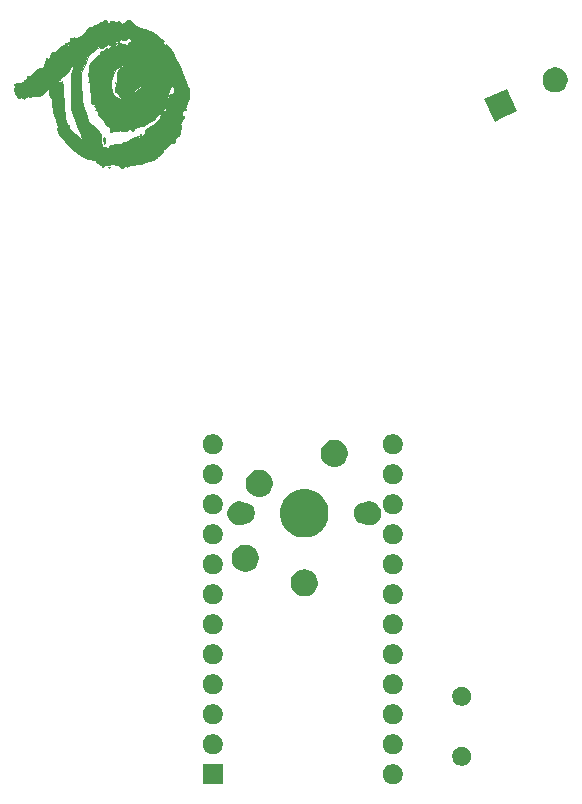
<source format=gts>
G04 #@! TF.GenerationSoftware,KiCad,Pcbnew,(5.1.5)-1*
G04 #@! TF.CreationDate,2021-06-10T20:45:23-04:00*
G04 #@! TF.ProjectId,meishi2,6d656973-6869-4322-9e6b-696361645f70,rev?*
G04 #@! TF.SameCoordinates,Original*
G04 #@! TF.FileFunction,Soldermask,Top*
G04 #@! TF.FilePolarity,Negative*
%FSLAX46Y46*%
G04 Gerber Fmt 4.6, Leading zero omitted, Abs format (unit mm)*
G04 Created by KiCad (PCBNEW (5.1.5)-1) date 2021-06-10 20:45:23*
%MOMM*%
%LPD*%
G04 APERTURE LIST*
%ADD10C,0.010000*%
%ADD11C,0.100000*%
G04 APERTURE END LIST*
D10*
G36*
X112206768Y-96455602D02*
G01*
X112195428Y-96483714D01*
X112130215Y-96552946D01*
X112118574Y-96556285D01*
X112087403Y-96500137D01*
X112086571Y-96483714D01*
X112142361Y-96413931D01*
X112163426Y-96411143D01*
X112206768Y-96455602D01*
G37*
X112206768Y-96455602D02*
X112195428Y-96483714D01*
X112130215Y-96552946D01*
X112118574Y-96556285D01*
X112087403Y-96500137D01*
X112086571Y-96483714D01*
X112142361Y-96413931D01*
X112163426Y-96411143D01*
X112206768Y-96455602D01*
G36*
X112014000Y-96592571D02*
G01*
X111977714Y-96628857D01*
X111941428Y-96592571D01*
X111977714Y-96556285D01*
X112014000Y-96592571D01*
G37*
X112014000Y-96592571D02*
X111977714Y-96628857D01*
X111941428Y-96592571D01*
X111977714Y-96556285D01*
X112014000Y-96592571D01*
G36*
X111941428Y-99930857D02*
G01*
X111905143Y-99967143D01*
X111868857Y-99930857D01*
X111905143Y-99894571D01*
X111941428Y-99930857D01*
G37*
X111941428Y-99930857D02*
X111905143Y-99967143D01*
X111868857Y-99930857D01*
X111905143Y-99894571D01*
X111941428Y-99930857D01*
G36*
X109691714Y-99858285D02*
G01*
X109655429Y-99894571D01*
X109619143Y-99858285D01*
X109655429Y-99822000D01*
X109691714Y-99858285D01*
G37*
X109691714Y-99858285D02*
X109655429Y-99894571D01*
X109619143Y-99858285D01*
X109655429Y-99822000D01*
X109691714Y-99858285D01*
G36*
X110272286Y-102253142D02*
G01*
X110236000Y-102289428D01*
X110199714Y-102253142D01*
X110236000Y-102216857D01*
X110272286Y-102253142D01*
G37*
X110272286Y-102253142D02*
X110236000Y-102289428D01*
X110199714Y-102253142D01*
X110236000Y-102216857D01*
X110272286Y-102253142D01*
G36*
X115715143Y-102833714D02*
G01*
X115678857Y-102870000D01*
X115642571Y-102833714D01*
X115678857Y-102797428D01*
X115715143Y-102833714D01*
G37*
X115715143Y-102833714D02*
X115678857Y-102870000D01*
X115642571Y-102833714D01*
X115678857Y-102797428D01*
X115715143Y-102833714D01*
G36*
X114084731Y-104324438D02*
G01*
X114076183Y-104347449D01*
X114010915Y-104436625D01*
X113933622Y-104474416D01*
X113900857Y-104439171D01*
X113949001Y-104376629D01*
X114011376Y-104320049D01*
X114090053Y-104267100D01*
X114084731Y-104324438D01*
G37*
X114084731Y-104324438D02*
X114076183Y-104347449D01*
X114010915Y-104436625D01*
X113933622Y-104474416D01*
X113900857Y-104439171D01*
X113949001Y-104376629D01*
X114011376Y-104320049D01*
X114090053Y-104267100D01*
X114084731Y-104324438D01*
G36*
X111029389Y-104651273D02*
G01*
X111060004Y-104818354D01*
X111025493Y-104992997D01*
X111013586Y-105016713D01*
X110955106Y-105097390D01*
X110912870Y-105045435D01*
X110899955Y-105012865D01*
X110856649Y-104830776D01*
X110857991Y-104665973D01*
X110899455Y-104565772D01*
X110943571Y-104556922D01*
X111029389Y-104651273D01*
G37*
X111029389Y-104651273D02*
X111060004Y-104818354D01*
X111025493Y-104992997D01*
X111013586Y-105016713D01*
X110955106Y-105097390D01*
X110912870Y-105045435D01*
X110899955Y-105012865D01*
X110856649Y-104830776D01*
X110857991Y-104665973D01*
X110899455Y-104565772D01*
X110943571Y-104556922D01*
X111029389Y-104651273D01*
G36*
X117697162Y-102803692D02*
G01*
X117692436Y-102882095D01*
X117654630Y-102996615D01*
X117610650Y-102997239D01*
X117577809Y-102966762D01*
X117529727Y-102854321D01*
X117574894Y-102764003D01*
X117628329Y-102749047D01*
X117697162Y-102803692D01*
G37*
X117697162Y-102803692D02*
X117692436Y-102882095D01*
X117654630Y-102996615D01*
X117610650Y-102997239D01*
X117577809Y-102966762D01*
X117529727Y-102854321D01*
X117574894Y-102764003D01*
X117628329Y-102749047D01*
X117697162Y-102803692D01*
G36*
X110852857Y-107042857D02*
G01*
X110816571Y-107079142D01*
X110780286Y-107042857D01*
X110816571Y-107006571D01*
X110852857Y-107042857D01*
G37*
X110852857Y-107042857D02*
X110816571Y-107079142D01*
X110780286Y-107042857D01*
X110816571Y-107006571D01*
X110852857Y-107042857D01*
G36*
X111125931Y-94625923D02*
G01*
X111134549Y-94651285D01*
X111147778Y-94819650D01*
X111260871Y-94885584D01*
X111292569Y-94887143D01*
X111395111Y-94862214D01*
X111402272Y-94822870D01*
X111415812Y-94758808D01*
X111523338Y-94727819D01*
X111677046Y-94731960D01*
X111829131Y-94773289D01*
X111881056Y-94802255D01*
X112010818Y-94868973D01*
X112069723Y-94828825D01*
X112069930Y-94828210D01*
X112141284Y-94755078D01*
X112237174Y-94749801D01*
X112287887Y-94810924D01*
X112286143Y-94832714D01*
X112334216Y-94906643D01*
X112458086Y-94945476D01*
X112617267Y-94928342D01*
X112620556Y-94923428D01*
X112739714Y-94923428D01*
X112776000Y-94959714D01*
X112812286Y-94923428D01*
X112776000Y-94887142D01*
X112739714Y-94923428D01*
X112620556Y-94923428D01*
X112684793Y-94827484D01*
X112774869Y-94713981D01*
X112982470Y-94656972D01*
X112985686Y-94656592D01*
X113159203Y-94648349D01*
X113261301Y-94699329D01*
X113345583Y-94843556D01*
X113371659Y-94901584D01*
X113482504Y-95096733D01*
X113618909Y-95183401D01*
X113810143Y-95196924D01*
X113894382Y-95234432D01*
X113900857Y-95258063D01*
X113963623Y-95304518D01*
X114104701Y-95322571D01*
X114310701Y-95360575D01*
X114449415Y-95429120D01*
X114615654Y-95515153D01*
X114724522Y-95537977D01*
X114901670Y-95586866D01*
X115136125Y-95708786D01*
X115383198Y-95873505D01*
X115598197Y-96050795D01*
X115736431Y-96210424D01*
X115747150Y-96229714D01*
X115818998Y-96345872D01*
X115856958Y-96356220D01*
X115858633Y-96342200D01*
X115879230Y-96276160D01*
X115950393Y-96327079D01*
X115999832Y-96417784D01*
X115932250Y-96488115D01*
X115867851Y-96554047D01*
X115917174Y-96628300D01*
X115964863Y-96666516D01*
X116093412Y-96727398D01*
X116149836Y-96702618D01*
X116212970Y-96712266D01*
X116329274Y-96826655D01*
X116482290Y-97023176D01*
X116655559Y-97279220D01*
X116832623Y-97572178D01*
X116975789Y-97837208D01*
X117107340Y-98105434D01*
X117257964Y-98427327D01*
X117415656Y-98775357D01*
X117568407Y-99121994D01*
X117704211Y-99439709D01*
X117811061Y-99700972D01*
X117876950Y-99878254D01*
X117892286Y-99938538D01*
X117922967Y-100042955D01*
X117999568Y-100217712D01*
X118029931Y-100279007D01*
X118115878Y-100519547D01*
X118163587Y-100800591D01*
X118171414Y-101076294D01*
X118137713Y-101300812D01*
X118070898Y-101420908D01*
X117981683Y-101563517D01*
X117964857Y-101657600D01*
X117918092Y-101825409D01*
X117837857Y-101949602D01*
X117760338Y-102065710D01*
X117796753Y-102122871D01*
X117801571Y-102124650D01*
X117889698Y-102193125D01*
X117863601Y-102254435D01*
X117749560Y-102253910D01*
X117625521Y-102275291D01*
X117544423Y-102432633D01*
X117505889Y-102727065D01*
X117503462Y-102991306D01*
X117500807Y-103211899D01*
X117474812Y-103315563D01*
X117417239Y-103329725D01*
X117403227Y-103325016D01*
X117332742Y-103316316D01*
X117356553Y-103398149D01*
X117369232Y-103422443D01*
X117415275Y-103564515D01*
X117430662Y-103726705D01*
X117416511Y-103859092D01*
X117373942Y-103911754D01*
X117358383Y-103906242D01*
X117327590Y-103938417D01*
X117338576Y-104069034D01*
X117340111Y-104076492D01*
X117348461Y-104264845D01*
X117310023Y-104394000D01*
X117262711Y-104440993D01*
X117260051Y-104364041D01*
X117269328Y-104301807D01*
X117273491Y-104169733D01*
X117234605Y-104142804D01*
X117184920Y-104239044D01*
X117166571Y-104390518D01*
X117128816Y-104562368D01*
X117053114Y-104639723D01*
X116977622Y-104710958D01*
X116983899Y-104754844D01*
X116988208Y-104868655D01*
X116949310Y-104973725D01*
X116839169Y-105082114D01*
X116701790Y-105078684D01*
X116546288Y-105081984D01*
X116489256Y-105150601D01*
X116394348Y-105250462D01*
X116335660Y-105264857D01*
X116238394Y-105326900D01*
X116179286Y-105450614D01*
X116110457Y-105585151D01*
X116032761Y-105598034D01*
X115949481Y-105618370D01*
X115932857Y-105697379D01*
X115889631Y-105848222D01*
X115788707Y-105973371D01*
X115673214Y-106028071D01*
X115625508Y-106016311D01*
X115582140Y-106013643D01*
X115599356Y-106051930D01*
X115592687Y-106123766D01*
X115537997Y-106135714D01*
X115439060Y-106191928D01*
X115424857Y-106244571D01*
X115382931Y-106341104D01*
X115347102Y-106353428D01*
X115236067Y-106400079D01*
X115163573Y-106459202D01*
X115033261Y-106529364D01*
X114956906Y-106526259D01*
X114828580Y-106535219D01*
X114671911Y-106608169D01*
X114518203Y-106679531D01*
X114410250Y-106680861D01*
X114351854Y-106686386D01*
X114352630Y-106719826D01*
X114297633Y-106781119D01*
X114108982Y-106828716D01*
X113797677Y-106860804D01*
X113411000Y-106875089D01*
X113222567Y-106892101D01*
X113113458Y-106929443D01*
X113102571Y-106947412D01*
X113057570Y-106982219D01*
X113030000Y-106970285D01*
X112963161Y-106976820D01*
X112957428Y-107003671D01*
X112897657Y-107049487D01*
X112776000Y-107036372D01*
X112633482Y-107027071D01*
X112594571Y-107071275D01*
X112541145Y-107140014D01*
X112421796Y-107145170D01*
X112297922Y-107092847D01*
X112247152Y-107036734D01*
X112136772Y-106953832D01*
X111950209Y-106900870D01*
X111919209Y-106897255D01*
X111729785Y-106872500D01*
X111607892Y-106843615D01*
X111598949Y-106839328D01*
X111496427Y-106839343D01*
X111360857Y-106880590D01*
X111100719Y-106950292D01*
X110842757Y-106959331D01*
X110636198Y-106909969D01*
X110549553Y-106843285D01*
X110439623Y-106740170D01*
X110372886Y-106716285D01*
X110276156Y-106657877D01*
X110244277Y-106602828D01*
X110174623Y-106526271D01*
X110132670Y-106531441D01*
X110040450Y-106520294D01*
X110012087Y-106488542D01*
X110002314Y-106437644D01*
X110043358Y-106455355D01*
X110118205Y-106463480D01*
X110127143Y-106438047D01*
X110079223Y-106348953D01*
X109983120Y-106326047D01*
X109910319Y-106378259D01*
X109903699Y-106410134D01*
X109885146Y-106477702D01*
X109861407Y-106444267D01*
X109767596Y-106386409D01*
X109653540Y-106396673D01*
X109466063Y-106385152D01*
X109240049Y-106254930D01*
X109235410Y-106251405D01*
X109058752Y-106133547D01*
X108916398Y-106067183D01*
X108886578Y-106061921D01*
X108782239Y-106012644D01*
X108621895Y-105887097D01*
X108499674Y-105771636D01*
X108335918Y-105613206D01*
X108212809Y-105508211D01*
X108168566Y-105482571D01*
X108103820Y-105430446D01*
X107973894Y-105292325D01*
X107887616Y-105192285D01*
X110562571Y-105192285D01*
X110589124Y-105252020D01*
X110610952Y-105240666D01*
X110619638Y-105154541D01*
X110610952Y-105143904D01*
X110567809Y-105153866D01*
X110562571Y-105192285D01*
X107887616Y-105192285D01*
X107804225Y-105095593D01*
X107794144Y-105083428D01*
X109691714Y-105083428D01*
X109728000Y-105119714D01*
X109764286Y-105083428D01*
X109728000Y-105047142D01*
X109691714Y-105083428D01*
X107794144Y-105083428D01*
X107764035Y-105047099D01*
X107732335Y-105010857D01*
X110490000Y-105010857D01*
X110526286Y-105047142D01*
X110562571Y-105010857D01*
X110526286Y-104974571D01*
X110490000Y-105010857D01*
X107732335Y-105010857D01*
X107577017Y-104833290D01*
X107410175Y-104666155D01*
X107295223Y-104577031D01*
X107283152Y-104571903D01*
X107197329Y-104485434D01*
X107108484Y-104310143D01*
X107032877Y-104095489D01*
X106986767Y-103890934D01*
X106986414Y-103745937D01*
X107001941Y-103716459D01*
X107007441Y-103626437D01*
X106972804Y-103446377D01*
X106911483Y-103221125D01*
X106836930Y-102995530D01*
X106762599Y-102814441D01*
X106704371Y-102724423D01*
X106669144Y-102635681D01*
X106628634Y-102444121D01*
X106588586Y-102191649D01*
X106554743Y-101920172D01*
X106532852Y-101671594D01*
X106528657Y-101487821D01*
X106530850Y-101458663D01*
X106527824Y-101335849D01*
X106496621Y-101310920D01*
X106436266Y-101274688D01*
X106366905Y-101113191D01*
X106320540Y-100946857D01*
X106307706Y-100836474D01*
X106300728Y-100729143D01*
X106426000Y-100729143D01*
X106462286Y-100765428D01*
X106498571Y-100729143D01*
X106462286Y-100692857D01*
X106426000Y-100729143D01*
X106300728Y-100729143D01*
X106294724Y-100636795D01*
X106289070Y-100511428D01*
X106275176Y-100148571D01*
X106172663Y-100384428D01*
X106085155Y-100541213D01*
X106004009Y-100618563D01*
X105994075Y-100620285D01*
X105925757Y-100678649D01*
X105918000Y-100724252D01*
X105856961Y-100823763D01*
X105754714Y-100877979D01*
X105564900Y-100967133D01*
X105467331Y-101036633D01*
X105309979Y-101108787D01*
X105075732Y-101095344D01*
X104857370Y-101079822D01*
X104751789Y-101136485D01*
X104679165Y-101190605D01*
X104590739Y-101140992D01*
X104477754Y-101092513D01*
X104326091Y-101137679D01*
X104296020Y-101152804D01*
X104178120Y-101239744D01*
X104158444Y-101312080D01*
X104159241Y-101313038D01*
X104144141Y-101322309D01*
X104037759Y-101265055D01*
X104013000Y-101249791D01*
X103878795Y-101185823D01*
X103814441Y-101194599D01*
X103813429Y-101201737D01*
X103778739Y-101258467D01*
X103692787Y-101218350D01*
X103582751Y-101106658D01*
X103475806Y-100948666D01*
X103423013Y-100838648D01*
X103337561Y-100589772D01*
X103308567Y-100421578D01*
X103337957Y-100354178D01*
X103377781Y-100366150D01*
X103413859Y-100350112D01*
X103378000Y-100221143D01*
X103342146Y-100088388D01*
X103378219Y-100076135D01*
X103444946Y-100070425D01*
X103450571Y-100044442D01*
X103514928Y-99999830D01*
X103684986Y-99998365D01*
X103712111Y-100001517D01*
X103948799Y-99989732D01*
X104115094Y-99900042D01*
X104166466Y-99777950D01*
X107006571Y-99777950D01*
X107062345Y-99890111D01*
X107184325Y-99923722D01*
X107288014Y-99874386D01*
X107354213Y-99840550D01*
X107369428Y-99916343D01*
X107395853Y-100022014D01*
X107423857Y-100039718D01*
X107447266Y-100107458D01*
X107469616Y-100291368D01*
X107488222Y-100562482D01*
X107499524Y-100856146D01*
X107523127Y-101557867D01*
X107554257Y-102151312D01*
X107592190Y-102629062D01*
X107636202Y-102983701D01*
X107685569Y-103207812D01*
X107737497Y-103293333D01*
X107792705Y-103376132D01*
X107804857Y-103464383D01*
X107836504Y-103570427D01*
X107921794Y-103566370D01*
X108003860Y-103559502D01*
X107991009Y-103645859D01*
X108000108Y-103742646D01*
X108095283Y-103887359D01*
X108288397Y-104095950D01*
X108423359Y-104227253D01*
X108702798Y-104483544D01*
X108893546Y-104632346D01*
X109002791Y-104675134D01*
X109037722Y-104613384D01*
X109005528Y-104448573D01*
X108970506Y-104339571D01*
X108872559Y-104091352D01*
X108764267Y-103869418D01*
X108724341Y-103802961D01*
X108625919Y-103597703D01*
X108557065Y-103354163D01*
X108553208Y-103331247D01*
X108487786Y-103090786D01*
X108376073Y-102825431D01*
X108332509Y-102744013D01*
X108273343Y-102634801D01*
X108228274Y-102524923D01*
X108194731Y-102392330D01*
X108170145Y-102214975D01*
X108151943Y-101970810D01*
X108137557Y-101637787D01*
X108124416Y-101193859D01*
X108116763Y-100893441D01*
X108104653Y-100364447D01*
X108099738Y-99955212D01*
X108102125Y-99800864D01*
X108959670Y-99800864D01*
X108987419Y-100290862D01*
X109002293Y-100457000D01*
X109031102Y-100763562D01*
X109060392Y-101081229D01*
X109069592Y-101182714D01*
X109110466Y-101471588D01*
X109181476Y-101807509D01*
X109274763Y-102167409D01*
X109382468Y-102528218D01*
X109496731Y-102866867D01*
X109609695Y-103160287D01*
X109713500Y-103385408D01*
X109800287Y-103519162D01*
X109862198Y-103538479D01*
X109869118Y-103529655D01*
X109936311Y-103538427D01*
X110065584Y-103631218D01*
X110228098Y-103778910D01*
X110395015Y-103952382D01*
X110537496Y-104122516D01*
X110626703Y-104260192D01*
X110642562Y-104310637D01*
X110671804Y-104732649D01*
X110700567Y-105054416D01*
X110727144Y-105258426D01*
X110740420Y-105314663D01*
X110826748Y-105377126D01*
X111000452Y-105423251D01*
X111048377Y-105429464D01*
X111229995Y-105450764D01*
X111334771Y-105467665D01*
X111342714Y-105470372D01*
X111352806Y-105431816D01*
X111352263Y-105428142D01*
X111354498Y-105373714D01*
X112304286Y-105373714D01*
X112340571Y-105410000D01*
X112376857Y-105373714D01*
X112340571Y-105337428D01*
X112304286Y-105373714D01*
X111354498Y-105373714D01*
X111356784Y-105318051D01*
X111425293Y-105243805D01*
X111578548Y-105198911D01*
X111837305Y-105176877D01*
X112173650Y-105171232D01*
X112371238Y-105145571D01*
X112476667Y-105079483D01*
X112479801Y-105072669D01*
X112576007Y-104985381D01*
X112632502Y-104974571D01*
X112753452Y-104940868D01*
X112952719Y-104853179D01*
X113152089Y-104749494D01*
X113383607Y-104629092D01*
X113523443Y-104581961D01*
X113600299Y-104600292D01*
X113618770Y-104622494D01*
X113669105Y-104674701D01*
X113682032Y-104597854D01*
X113720595Y-104466802D01*
X113754883Y-104430799D01*
X113796122Y-104442480D01*
X113783404Y-104499088D01*
X113773484Y-104593767D01*
X113856719Y-104592180D01*
X114038614Y-104493238D01*
X114135408Y-104429438D01*
X114300894Y-104290758D01*
X114368630Y-104175077D01*
X114365795Y-104148509D01*
X114383978Y-104023547D01*
X114487115Y-103895607D01*
X114626610Y-103818563D01*
X114668041Y-103813428D01*
X114759729Y-103755224D01*
X114771714Y-103704571D01*
X114830360Y-103610077D01*
X114887829Y-103595714D01*
X115005221Y-103547298D01*
X115086168Y-103486857D01*
X115352286Y-103486857D01*
X115388571Y-103523142D01*
X115424857Y-103486857D01*
X115388571Y-103450571D01*
X115352286Y-103486857D01*
X115086168Y-103486857D01*
X115169439Y-103424681D01*
X115224645Y-103373275D01*
X115442650Y-103373275D01*
X115452577Y-103378000D01*
X115518804Y-103326911D01*
X115533714Y-103305428D01*
X115552207Y-103237582D01*
X115542280Y-103232857D01*
X115476053Y-103283946D01*
X115461143Y-103305428D01*
X115442650Y-103373275D01*
X115224645Y-103373275D01*
X115249863Y-103349794D01*
X115419450Y-103193961D01*
X115563688Y-103084486D01*
X115607109Y-103061154D01*
X115740766Y-102942151D01*
X115779255Y-102762450D01*
X115762470Y-102691175D01*
X115716814Y-102625820D01*
X115628054Y-102637871D01*
X115518848Y-102690160D01*
X115376986Y-102779243D01*
X115314242Y-102849208D01*
X115314105Y-102850842D01*
X115278907Y-102951135D01*
X115225597Y-103051428D01*
X115158920Y-103137838D01*
X115134845Y-103093312D01*
X115134571Y-103087714D01*
X115117476Y-103026592D01*
X115063366Y-103093665D01*
X115056187Y-103105857D01*
X114928535Y-103212083D01*
X114837199Y-103232857D01*
X114692329Y-103285104D01*
X114538423Y-103411831D01*
X114529927Y-103421489D01*
X114293907Y-103590415D01*
X114116122Y-103634570D01*
X113943583Y-103654408D01*
X113850105Y-103671013D01*
X113846428Y-103672724D01*
X113773857Y-103701767D01*
X113563489Y-103792423D01*
X113468426Y-103905750D01*
X113465428Y-103930050D01*
X113426114Y-104021866D01*
X113329032Y-103999814D01*
X113249945Y-103924973D01*
X113169619Y-103859515D01*
X113069997Y-103882905D01*
X112984794Y-103934804D01*
X112845991Y-104005079D01*
X112766273Y-104009320D01*
X112675182Y-104000829D01*
X112550824Y-104033980D01*
X112419327Y-104062855D01*
X112376857Y-104035768D01*
X112322307Y-103991049D01*
X112208764Y-103998707D01*
X112119978Y-104046117D01*
X112024104Y-104067371D01*
X111870234Y-104056957D01*
X111706125Y-104057430D01*
X111616199Y-104101542D01*
X111539313Y-104153570D01*
X111471570Y-104087627D01*
X111435080Y-103930302D01*
X111433429Y-103881717D01*
X111410056Y-103730746D01*
X111354161Y-103668285D01*
X111245983Y-103626750D01*
X111094653Y-103526492D01*
X111090374Y-103523142D01*
X110992071Y-103426789D01*
X110990851Y-103379104D01*
X111001196Y-103378000D01*
X111003516Y-103333693D01*
X110916874Y-103217772D01*
X110767109Y-103062351D01*
X110534110Y-102801851D01*
X110409795Y-102561069D01*
X110385392Y-102463637D01*
X110319925Y-102260948D01*
X115970460Y-102260948D01*
X115978841Y-102324819D01*
X116049454Y-102385054D01*
X116140510Y-102344703D01*
X116209701Y-102234054D01*
X116223143Y-102149914D01*
X116266400Y-101997500D01*
X116300592Y-101950722D01*
X116328645Y-101871230D01*
X116264307Y-101829628D01*
X116176108Y-101834342D01*
X116150571Y-101957370D01*
X116110004Y-102106741D01*
X116042938Y-102170060D01*
X115970460Y-102260948D01*
X110319925Y-102260948D01*
X110309294Y-102228035D01*
X110192071Y-102024965D01*
X110175695Y-102005583D01*
X110099464Y-101906389D01*
X110112420Y-101885132D01*
X110127143Y-101892514D01*
X110197273Y-101924424D01*
X110167987Y-101871386D01*
X110134944Y-101829891D01*
X110051144Y-101754819D01*
X114046000Y-101754819D01*
X114087210Y-101870191D01*
X114094381Y-101878190D01*
X114172101Y-101895407D01*
X114180257Y-101889076D01*
X114170242Y-101814518D01*
X114131876Y-101765704D01*
X114058812Y-101724793D01*
X114046000Y-101754819D01*
X110051144Y-101754819D01*
X110041647Y-101746312D01*
X109996977Y-101742261D01*
X109931382Y-101722675D01*
X109865744Y-101653300D01*
X109839849Y-101600000D01*
X109982000Y-101600000D01*
X110018286Y-101636285D01*
X116223143Y-101636285D01*
X116249696Y-101696020D01*
X116271524Y-101684666D01*
X116280209Y-101598541D01*
X116271524Y-101587904D01*
X116228380Y-101597866D01*
X116223143Y-101636285D01*
X110018286Y-101636285D01*
X110054571Y-101600000D01*
X110018286Y-101563714D01*
X109982000Y-101600000D01*
X109839849Y-101600000D01*
X109818918Y-101556918D01*
X109801582Y-101412793D01*
X109814022Y-101192331D01*
X109856522Y-100866942D01*
X109874757Y-100747285D01*
X109874059Y-100603793D01*
X109830760Y-100547714D01*
X109789109Y-100592281D01*
X109800571Y-100620285D01*
X109793678Y-100687108D01*
X109766548Y-100692857D01*
X109724859Y-100629427D01*
X109719124Y-100435201D01*
X109736001Y-100221143D01*
X109754403Y-99955106D01*
X111529691Y-99955106D01*
X111541908Y-100107655D01*
X111569974Y-100351955D01*
X111597072Y-100546547D01*
X111610762Y-100620285D01*
X111646667Y-100772703D01*
X111680852Y-100923877D01*
X111766732Y-101089011D01*
X111954068Y-101199255D01*
X112104714Y-101242647D01*
X112195428Y-101273428D01*
X112293485Y-101299962D01*
X112298238Y-101300643D01*
X112410236Y-101355626D01*
X112417217Y-101362170D01*
X112517131Y-101380599D01*
X112544530Y-101368361D01*
X112547938Y-101313092D01*
X112542131Y-101309714D01*
X112884857Y-101309714D01*
X112921143Y-101346000D01*
X112948542Y-101318600D01*
X116150571Y-101318600D01*
X116197152Y-101409261D01*
X116230907Y-101418571D01*
X116278646Y-101365489D01*
X116268024Y-101305945D01*
X116261999Y-101230571D01*
X116291531Y-101234557D01*
X116376161Y-101225315D01*
X116430340Y-101144933D01*
X116413592Y-101076830D01*
X116332704Y-101078608D01*
X116230908Y-101159402D01*
X116159329Y-101272217D01*
X116150571Y-101318600D01*
X112948542Y-101318600D01*
X112957428Y-101309714D01*
X112921143Y-101273428D01*
X112884857Y-101309714D01*
X112542131Y-101309714D01*
X112465636Y-101265221D01*
X112326283Y-101162964D01*
X112210970Y-101007333D01*
X113271905Y-101007333D01*
X113281867Y-101050477D01*
X113320286Y-101055714D01*
X113380020Y-101029161D01*
X113368667Y-101007333D01*
X113282541Y-100998648D01*
X113271905Y-101007333D01*
X112210970Y-101007333D01*
X112201150Y-100994081D01*
X112197365Y-100986887D01*
X112126601Y-100886771D01*
X113394346Y-100886771D01*
X113439256Y-100865822D01*
X113464020Y-100843328D01*
X116326816Y-100843328D01*
X116346417Y-100951343D01*
X116423322Y-100973239D01*
X116584688Y-100911372D01*
X116662175Y-100872422D01*
X116823078Y-100750305D01*
X116875523Y-100582472D01*
X116876286Y-100550133D01*
X116856855Y-100385502D01*
X116813447Y-100299729D01*
X116775537Y-100207114D01*
X116775707Y-100059589D01*
X116784890Y-99952029D01*
X116765736Y-99972207D01*
X116716151Y-100112285D01*
X116635328Y-100296420D01*
X116547805Y-100415875D01*
X116536176Y-100424320D01*
X116456624Y-100538494D01*
X116440857Y-100628174D01*
X116418126Y-100730438D01*
X116383837Y-100738754D01*
X116337736Y-100768041D01*
X116326816Y-100843328D01*
X113464020Y-100843328D01*
X113515939Y-100796170D01*
X113667905Y-100655067D01*
X113855303Y-100483503D01*
X113894453Y-100447962D01*
X114028482Y-100314842D01*
X114094661Y-100225481D01*
X114095230Y-100209896D01*
X114022964Y-100227311D01*
X113880589Y-100305125D01*
X113712176Y-100414134D01*
X113561797Y-100525133D01*
X113473524Y-100608917D01*
X113465428Y-100627241D01*
X113441935Y-100734336D01*
X113416544Y-100808378D01*
X113394346Y-100886771D01*
X112126601Y-100886771D01*
X112091337Y-100836882D01*
X111985376Y-100766230D01*
X111975851Y-100765428D01*
X111875158Y-100707486D01*
X111860817Y-100546689D01*
X111867372Y-100511428D01*
X111892157Y-100387783D01*
X111916039Y-100262513D01*
X111959958Y-100094803D01*
X111996028Y-100010081D01*
X112022704Y-99900973D01*
X112043858Y-99695739D01*
X112053104Y-99495428D01*
X116658571Y-99495428D01*
X116694857Y-99531714D01*
X116731143Y-99495428D01*
X116694857Y-99459142D01*
X116658571Y-99495428D01*
X112053104Y-99495428D01*
X112053210Y-99493141D01*
X112062220Y-99350285D01*
X116440857Y-99350285D01*
X116456384Y-99447111D01*
X116469378Y-99459142D01*
X116516173Y-99402395D01*
X116539672Y-99350285D01*
X116541181Y-99256838D01*
X116511151Y-99241428D01*
X116448776Y-99300243D01*
X116440857Y-99350285D01*
X112062220Y-99350285D01*
X112073196Y-99176289D01*
X112130318Y-98959790D01*
X112246708Y-98799630D01*
X112444499Y-98651798D01*
X112490813Y-98622880D01*
X112640953Y-98514573D01*
X112673410Y-98455141D01*
X112607574Y-98445730D01*
X112462832Y-98487488D01*
X112258575Y-98581562D01*
X112212875Y-98606428D01*
X112028537Y-98733577D01*
X111884623Y-98902915D01*
X111746237Y-99158193D01*
X111710109Y-99236798D01*
X111594124Y-99517791D01*
X111538059Y-99736130D01*
X111529691Y-99955106D01*
X109754403Y-99955106D01*
X109755365Y-99941201D01*
X109741400Y-99788896D01*
X109701736Y-99749428D01*
X109654301Y-99683736D01*
X109626497Y-99511301D01*
X109617572Y-99269085D01*
X109626773Y-98994049D01*
X109653347Y-98723154D01*
X109696542Y-98493362D01*
X109729370Y-98392383D01*
X109860268Y-98162986D01*
X110046291Y-97934805D01*
X110249113Y-97747633D01*
X110430408Y-97641264D01*
X110460536Y-97633222D01*
X110507774Y-97608571D01*
X110707714Y-97608571D01*
X110744000Y-97644857D01*
X110780286Y-97608571D01*
X110744000Y-97572285D01*
X110707714Y-97608571D01*
X110507774Y-97608571D01*
X110579502Y-97571141D01*
X110607929Y-97516863D01*
X110623662Y-97374993D01*
X110626071Y-97355427D01*
X110694395Y-97305851D01*
X110796487Y-97300998D01*
X110924771Y-97279551D01*
X110959773Y-97224924D01*
X111007717Y-97119348D01*
X111107360Y-97047257D01*
X111199268Y-97046352D01*
X111214954Y-97063055D01*
X111285144Y-97062047D01*
X111402037Y-96973089D01*
X111410704Y-96964241D01*
X111513143Y-96847362D01*
X111516666Y-96780935D01*
X111434461Y-96719315D01*
X111713734Y-96719315D01*
X111741857Y-96704553D01*
X111836730Y-96653335D01*
X111868463Y-96716708D01*
X111871271Y-96783257D01*
X111873686Y-96955428D01*
X111999460Y-96805040D01*
X112157035Y-96672719D01*
X112287332Y-96612263D01*
X112411868Y-96601980D01*
X112449428Y-96631484D01*
X112508484Y-96669387D01*
X112596510Y-96664769D01*
X112695550Y-96668722D01*
X112701084Y-96705222D01*
X112724649Y-96760013D01*
X112803112Y-96774000D01*
X112884586Y-96737714D01*
X113465428Y-96737714D01*
X113501714Y-96774000D01*
X113538000Y-96737714D01*
X113501714Y-96701428D01*
X113465428Y-96737714D01*
X112884586Y-96737714D01*
X112941445Y-96712391D01*
X112993714Y-96628857D01*
X113047107Y-96527716D01*
X113276181Y-96527716D01*
X113279546Y-96556285D01*
X113335590Y-96509190D01*
X113429143Y-96411143D01*
X113511389Y-96306170D01*
X113509278Y-96302285D01*
X115642571Y-96302285D01*
X115678857Y-96338571D01*
X115715143Y-96302285D01*
X115678857Y-96266000D01*
X115642571Y-96302285D01*
X113509278Y-96302285D01*
X113491120Y-96268883D01*
X113448855Y-96266000D01*
X113342161Y-96326895D01*
X113299258Y-96411143D01*
X113276181Y-96527716D01*
X113047107Y-96527716D01*
X113055577Y-96511672D01*
X113099697Y-96483714D01*
X113185173Y-96431902D01*
X113196210Y-96319807D01*
X113131637Y-96212440D01*
X113104909Y-96194679D01*
X112958910Y-96165347D01*
X112853834Y-96234819D01*
X112690789Y-96311779D01*
X112576651Y-96293339D01*
X112370455Y-96254569D01*
X112183919Y-96303121D01*
X111975457Y-96453647D01*
X111885846Y-96536768D01*
X111759599Y-96663113D01*
X111713734Y-96719315D01*
X111434461Y-96719315D01*
X111431261Y-96716917D01*
X111297817Y-96672164D01*
X111182998Y-96744512D01*
X111095627Y-96815384D01*
X111070571Y-96812642D01*
X111025631Y-96823711D01*
X110916970Y-96911471D01*
X110911744Y-96916315D01*
X110749759Y-97040202D01*
X110655352Y-97051728D01*
X110635143Y-96991714D01*
X110591869Y-96922296D01*
X110470917Y-96961108D01*
X110285588Y-97103290D01*
X110256484Y-97130026D01*
X110100284Y-97253688D01*
X109978471Y-97311560D01*
X109951955Y-97310638D01*
X109870705Y-97350688D01*
X109753323Y-97493431D01*
X109619320Y-97707506D01*
X109488206Y-97961553D01*
X109379489Y-98224211D01*
X109374143Y-98239446D01*
X109269618Y-98510546D01*
X109143383Y-98799210D01*
X109109626Y-98869836D01*
X109019013Y-99116372D01*
X108969614Y-99418042D01*
X108959670Y-99800864D01*
X108102125Y-99800864D01*
X108104607Y-99640426D01*
X108121852Y-99394777D01*
X108154063Y-99192955D01*
X108203830Y-99009649D01*
X108273744Y-98819548D01*
X108347132Y-98642714D01*
X108359451Y-98536318D01*
X108321451Y-98515714D01*
X108181431Y-98572471D01*
X108040418Y-98704006D01*
X107955806Y-98852215D01*
X107950000Y-98891763D01*
X107900952Y-99011033D01*
X107783411Y-99165009D01*
X107641780Y-99305081D01*
X107520462Y-99382642D01*
X107498000Y-99386571D01*
X107389239Y-99435397D01*
X107268267Y-99545367D01*
X107189236Y-99661715D01*
X107182479Y-99705671D01*
X107180436Y-99746085D01*
X107170058Y-99731285D01*
X107086216Y-99677192D01*
X107014722Y-99731944D01*
X107006571Y-99777950D01*
X104166466Y-99777950D01*
X104176286Y-99754612D01*
X104234983Y-99685660D01*
X104285143Y-99676857D01*
X104381683Y-99635406D01*
X104394000Y-99600002D01*
X104440897Y-99560946D01*
X104484714Y-99577647D01*
X104528508Y-99587237D01*
X104475828Y-99509359D01*
X104416288Y-99415525D01*
X104470340Y-99387375D01*
X104512114Y-99386224D01*
X104644237Y-99339321D01*
X104822291Y-99221025D01*
X104905945Y-99150367D01*
X105214191Y-98905552D01*
X105544979Y-98731438D01*
X105708332Y-98667989D01*
X105826815Y-98602869D01*
X105896199Y-98487467D01*
X105940162Y-98278186D01*
X105947024Y-98228533D01*
X105954555Y-98189142D01*
X108458000Y-98189142D01*
X108494286Y-98225428D01*
X108530571Y-98189142D01*
X108494286Y-98152857D01*
X108458000Y-98189142D01*
X105954555Y-98189142D01*
X105985377Y-98027952D01*
X106031123Y-97910517D01*
X106059429Y-97896562D01*
X106178837Y-97911252D01*
X106289572Y-97853077D01*
X106327761Y-97758626D01*
X106323874Y-97745087D01*
X106344972Y-97627455D01*
X106447038Y-97488914D01*
X106478113Y-97463428D01*
X106861428Y-97463428D01*
X106897714Y-97499714D01*
X106934000Y-97463428D01*
X106897714Y-97427142D01*
X106861428Y-97463428D01*
X106478113Y-97463428D01*
X106583185Y-97377257D01*
X106706530Y-97340278D01*
X106718206Y-97343116D01*
X106827823Y-97315634D01*
X106925553Y-97233619D01*
X107103333Y-97233619D01*
X107113295Y-97276762D01*
X107151714Y-97282000D01*
X107211449Y-97255447D01*
X107200095Y-97233619D01*
X107113970Y-97224933D01*
X107103333Y-97233619D01*
X106925553Y-97233619D01*
X106959890Y-97204804D01*
X106965197Y-97198651D01*
X107124584Y-97044039D01*
X107160432Y-97015904D01*
X107829048Y-97015904D01*
X107839009Y-97059048D01*
X107877428Y-97064285D01*
X107937163Y-97037733D01*
X107925809Y-97015904D01*
X107839684Y-97007219D01*
X107829048Y-97015904D01*
X107160432Y-97015904D01*
X107320859Y-96889996D01*
X107772961Y-96889996D01*
X107825795Y-96913261D01*
X107932136Y-96831331D01*
X107944638Y-96816746D01*
X107987265Y-96707321D01*
X107957165Y-96669571D01*
X107872370Y-96688908D01*
X107805945Y-96771967D01*
X107772961Y-96889996D01*
X107320859Y-96889996D01*
X107333118Y-96880375D01*
X107387075Y-96843537D01*
X107551095Y-96723916D01*
X107648045Y-96630210D01*
X107659218Y-96606431D01*
X107704994Y-96579624D01*
X107730236Y-96591304D01*
X107836545Y-96594234D01*
X107967167Y-96529734D01*
X108074999Y-96433331D01*
X108098910Y-96374857D01*
X108240286Y-96374857D01*
X108276571Y-96411143D01*
X108312857Y-96374857D01*
X108276571Y-96338571D01*
X108240286Y-96374857D01*
X108098910Y-96374857D01*
X108112939Y-96340551D01*
X108098869Y-96313269D01*
X108091547Y-96302285D01*
X108385428Y-96302285D01*
X108421714Y-96338571D01*
X108458000Y-96302285D01*
X108421714Y-96266000D01*
X108385428Y-96302285D01*
X108091547Y-96302285D01*
X108032526Y-96213759D01*
X108033519Y-96147098D01*
X108093643Y-96156216D01*
X108207831Y-96160914D01*
X108305503Y-96124793D01*
X108428046Y-96087566D01*
X108476052Y-96138726D01*
X108527209Y-96190266D01*
X108644322Y-96154233D01*
X108681477Y-96135273D01*
X108953796Y-95983946D01*
X109139781Y-95854605D01*
X109274000Y-95721714D01*
X109401429Y-95721714D01*
X109437714Y-95758000D01*
X109474000Y-95721714D01*
X109437714Y-95685428D01*
X109401429Y-95721714D01*
X109274000Y-95721714D01*
X109285674Y-95710156D01*
X109411011Y-95550089D01*
X109442555Y-95512174D01*
X109716660Y-95512174D01*
X109728000Y-95540285D01*
X109793213Y-95609517D01*
X109804854Y-95612857D01*
X109836025Y-95556709D01*
X109836857Y-95540285D01*
X109781068Y-95470503D01*
X109760003Y-95467714D01*
X109716660Y-95512174D01*
X109442555Y-95512174D01*
X109570110Y-95358857D01*
X109691714Y-95358857D01*
X109728000Y-95395142D01*
X109764286Y-95358857D01*
X109728000Y-95322571D01*
X109691714Y-95358857D01*
X109570110Y-95358857D01*
X109572646Y-95355810D01*
X109710181Y-95265640D01*
X109864804Y-95254056D01*
X109884762Y-95256502D01*
X109955638Y-95207838D01*
X109997225Y-95147645D01*
X110114425Y-95056876D01*
X110234422Y-95032285D01*
X110412791Y-94992236D01*
X110506344Y-94933003D01*
X110520284Y-94923428D01*
X111578571Y-94923428D01*
X111614857Y-94959714D01*
X111651143Y-94923428D01*
X111614857Y-94887142D01*
X111578571Y-94923428D01*
X110520284Y-94923428D01*
X110657215Y-94829380D01*
X110765527Y-94782969D01*
X110890397Y-94717811D01*
X110925429Y-94664538D01*
X110984281Y-94604469D01*
X111034286Y-94596857D01*
X111125931Y-94625923D01*
G37*
X111125931Y-94625923D02*
X111134549Y-94651285D01*
X111147778Y-94819650D01*
X111260871Y-94885584D01*
X111292569Y-94887143D01*
X111395111Y-94862214D01*
X111402272Y-94822870D01*
X111415812Y-94758808D01*
X111523338Y-94727819D01*
X111677046Y-94731960D01*
X111829131Y-94773289D01*
X111881056Y-94802255D01*
X112010818Y-94868973D01*
X112069723Y-94828825D01*
X112069930Y-94828210D01*
X112141284Y-94755078D01*
X112237174Y-94749801D01*
X112287887Y-94810924D01*
X112286143Y-94832714D01*
X112334216Y-94906643D01*
X112458086Y-94945476D01*
X112617267Y-94928342D01*
X112620556Y-94923428D01*
X112739714Y-94923428D01*
X112776000Y-94959714D01*
X112812286Y-94923428D01*
X112776000Y-94887142D01*
X112739714Y-94923428D01*
X112620556Y-94923428D01*
X112684793Y-94827484D01*
X112774869Y-94713981D01*
X112982470Y-94656972D01*
X112985686Y-94656592D01*
X113159203Y-94648349D01*
X113261301Y-94699329D01*
X113345583Y-94843556D01*
X113371659Y-94901584D01*
X113482504Y-95096733D01*
X113618909Y-95183401D01*
X113810143Y-95196924D01*
X113894382Y-95234432D01*
X113900857Y-95258063D01*
X113963623Y-95304518D01*
X114104701Y-95322571D01*
X114310701Y-95360575D01*
X114449415Y-95429120D01*
X114615654Y-95515153D01*
X114724522Y-95537977D01*
X114901670Y-95586866D01*
X115136125Y-95708786D01*
X115383198Y-95873505D01*
X115598197Y-96050795D01*
X115736431Y-96210424D01*
X115747150Y-96229714D01*
X115818998Y-96345872D01*
X115856958Y-96356220D01*
X115858633Y-96342200D01*
X115879230Y-96276160D01*
X115950393Y-96327079D01*
X115999832Y-96417784D01*
X115932250Y-96488115D01*
X115867851Y-96554047D01*
X115917174Y-96628300D01*
X115964863Y-96666516D01*
X116093412Y-96727398D01*
X116149836Y-96702618D01*
X116212970Y-96712266D01*
X116329274Y-96826655D01*
X116482290Y-97023176D01*
X116655559Y-97279220D01*
X116832623Y-97572178D01*
X116975789Y-97837208D01*
X117107340Y-98105434D01*
X117257964Y-98427327D01*
X117415656Y-98775357D01*
X117568407Y-99121994D01*
X117704211Y-99439709D01*
X117811061Y-99700972D01*
X117876950Y-99878254D01*
X117892286Y-99938538D01*
X117922967Y-100042955D01*
X117999568Y-100217712D01*
X118029931Y-100279007D01*
X118115878Y-100519547D01*
X118163587Y-100800591D01*
X118171414Y-101076294D01*
X118137713Y-101300812D01*
X118070898Y-101420908D01*
X117981683Y-101563517D01*
X117964857Y-101657600D01*
X117918092Y-101825409D01*
X117837857Y-101949602D01*
X117760338Y-102065710D01*
X117796753Y-102122871D01*
X117801571Y-102124650D01*
X117889698Y-102193125D01*
X117863601Y-102254435D01*
X117749560Y-102253910D01*
X117625521Y-102275291D01*
X117544423Y-102432633D01*
X117505889Y-102727065D01*
X117503462Y-102991306D01*
X117500807Y-103211899D01*
X117474812Y-103315563D01*
X117417239Y-103329725D01*
X117403227Y-103325016D01*
X117332742Y-103316316D01*
X117356553Y-103398149D01*
X117369232Y-103422443D01*
X117415275Y-103564515D01*
X117430662Y-103726705D01*
X117416511Y-103859092D01*
X117373942Y-103911754D01*
X117358383Y-103906242D01*
X117327590Y-103938417D01*
X117338576Y-104069034D01*
X117340111Y-104076492D01*
X117348461Y-104264845D01*
X117310023Y-104394000D01*
X117262711Y-104440993D01*
X117260051Y-104364041D01*
X117269328Y-104301807D01*
X117273491Y-104169733D01*
X117234605Y-104142804D01*
X117184920Y-104239044D01*
X117166571Y-104390518D01*
X117128816Y-104562368D01*
X117053114Y-104639723D01*
X116977622Y-104710958D01*
X116983899Y-104754844D01*
X116988208Y-104868655D01*
X116949310Y-104973725D01*
X116839169Y-105082114D01*
X116701790Y-105078684D01*
X116546288Y-105081984D01*
X116489256Y-105150601D01*
X116394348Y-105250462D01*
X116335660Y-105264857D01*
X116238394Y-105326900D01*
X116179286Y-105450614D01*
X116110457Y-105585151D01*
X116032761Y-105598034D01*
X115949481Y-105618370D01*
X115932857Y-105697379D01*
X115889631Y-105848222D01*
X115788707Y-105973371D01*
X115673214Y-106028071D01*
X115625508Y-106016311D01*
X115582140Y-106013643D01*
X115599356Y-106051930D01*
X115592687Y-106123766D01*
X115537997Y-106135714D01*
X115439060Y-106191928D01*
X115424857Y-106244571D01*
X115382931Y-106341104D01*
X115347102Y-106353428D01*
X115236067Y-106400079D01*
X115163573Y-106459202D01*
X115033261Y-106529364D01*
X114956906Y-106526259D01*
X114828580Y-106535219D01*
X114671911Y-106608169D01*
X114518203Y-106679531D01*
X114410250Y-106680861D01*
X114351854Y-106686386D01*
X114352630Y-106719826D01*
X114297633Y-106781119D01*
X114108982Y-106828716D01*
X113797677Y-106860804D01*
X113411000Y-106875089D01*
X113222567Y-106892101D01*
X113113458Y-106929443D01*
X113102571Y-106947412D01*
X113057570Y-106982219D01*
X113030000Y-106970285D01*
X112963161Y-106976820D01*
X112957428Y-107003671D01*
X112897657Y-107049487D01*
X112776000Y-107036372D01*
X112633482Y-107027071D01*
X112594571Y-107071275D01*
X112541145Y-107140014D01*
X112421796Y-107145170D01*
X112297922Y-107092847D01*
X112247152Y-107036734D01*
X112136772Y-106953832D01*
X111950209Y-106900870D01*
X111919209Y-106897255D01*
X111729785Y-106872500D01*
X111607892Y-106843615D01*
X111598949Y-106839328D01*
X111496427Y-106839343D01*
X111360857Y-106880590D01*
X111100719Y-106950292D01*
X110842757Y-106959331D01*
X110636198Y-106909969D01*
X110549553Y-106843285D01*
X110439623Y-106740170D01*
X110372886Y-106716285D01*
X110276156Y-106657877D01*
X110244277Y-106602828D01*
X110174623Y-106526271D01*
X110132670Y-106531441D01*
X110040450Y-106520294D01*
X110012087Y-106488542D01*
X110002314Y-106437644D01*
X110043358Y-106455355D01*
X110118205Y-106463480D01*
X110127143Y-106438047D01*
X110079223Y-106348953D01*
X109983120Y-106326047D01*
X109910319Y-106378259D01*
X109903699Y-106410134D01*
X109885146Y-106477702D01*
X109861407Y-106444267D01*
X109767596Y-106386409D01*
X109653540Y-106396673D01*
X109466063Y-106385152D01*
X109240049Y-106254930D01*
X109235410Y-106251405D01*
X109058752Y-106133547D01*
X108916398Y-106067183D01*
X108886578Y-106061921D01*
X108782239Y-106012644D01*
X108621895Y-105887097D01*
X108499674Y-105771636D01*
X108335918Y-105613206D01*
X108212809Y-105508211D01*
X108168566Y-105482571D01*
X108103820Y-105430446D01*
X107973894Y-105292325D01*
X107887616Y-105192285D01*
X110562571Y-105192285D01*
X110589124Y-105252020D01*
X110610952Y-105240666D01*
X110619638Y-105154541D01*
X110610952Y-105143904D01*
X110567809Y-105153866D01*
X110562571Y-105192285D01*
X107887616Y-105192285D01*
X107804225Y-105095593D01*
X107794144Y-105083428D01*
X109691714Y-105083428D01*
X109728000Y-105119714D01*
X109764286Y-105083428D01*
X109728000Y-105047142D01*
X109691714Y-105083428D01*
X107794144Y-105083428D01*
X107764035Y-105047099D01*
X107732335Y-105010857D01*
X110490000Y-105010857D01*
X110526286Y-105047142D01*
X110562571Y-105010857D01*
X110526286Y-104974571D01*
X110490000Y-105010857D01*
X107732335Y-105010857D01*
X107577017Y-104833290D01*
X107410175Y-104666155D01*
X107295223Y-104577031D01*
X107283152Y-104571903D01*
X107197329Y-104485434D01*
X107108484Y-104310143D01*
X107032877Y-104095489D01*
X106986767Y-103890934D01*
X106986414Y-103745937D01*
X107001941Y-103716459D01*
X107007441Y-103626437D01*
X106972804Y-103446377D01*
X106911483Y-103221125D01*
X106836930Y-102995530D01*
X106762599Y-102814441D01*
X106704371Y-102724423D01*
X106669144Y-102635681D01*
X106628634Y-102444121D01*
X106588586Y-102191649D01*
X106554743Y-101920172D01*
X106532852Y-101671594D01*
X106528657Y-101487821D01*
X106530850Y-101458663D01*
X106527824Y-101335849D01*
X106496621Y-101310920D01*
X106436266Y-101274688D01*
X106366905Y-101113191D01*
X106320540Y-100946857D01*
X106307706Y-100836474D01*
X106300728Y-100729143D01*
X106426000Y-100729143D01*
X106462286Y-100765428D01*
X106498571Y-100729143D01*
X106462286Y-100692857D01*
X106426000Y-100729143D01*
X106300728Y-100729143D01*
X106294724Y-100636795D01*
X106289070Y-100511428D01*
X106275176Y-100148571D01*
X106172663Y-100384428D01*
X106085155Y-100541213D01*
X106004009Y-100618563D01*
X105994075Y-100620285D01*
X105925757Y-100678649D01*
X105918000Y-100724252D01*
X105856961Y-100823763D01*
X105754714Y-100877979D01*
X105564900Y-100967133D01*
X105467331Y-101036633D01*
X105309979Y-101108787D01*
X105075732Y-101095344D01*
X104857370Y-101079822D01*
X104751789Y-101136485D01*
X104679165Y-101190605D01*
X104590739Y-101140992D01*
X104477754Y-101092513D01*
X104326091Y-101137679D01*
X104296020Y-101152804D01*
X104178120Y-101239744D01*
X104158444Y-101312080D01*
X104159241Y-101313038D01*
X104144141Y-101322309D01*
X104037759Y-101265055D01*
X104013000Y-101249791D01*
X103878795Y-101185823D01*
X103814441Y-101194599D01*
X103813429Y-101201737D01*
X103778739Y-101258467D01*
X103692787Y-101218350D01*
X103582751Y-101106658D01*
X103475806Y-100948666D01*
X103423013Y-100838648D01*
X103337561Y-100589772D01*
X103308567Y-100421578D01*
X103337957Y-100354178D01*
X103377781Y-100366150D01*
X103413859Y-100350112D01*
X103378000Y-100221143D01*
X103342146Y-100088388D01*
X103378219Y-100076135D01*
X103444946Y-100070425D01*
X103450571Y-100044442D01*
X103514928Y-99999830D01*
X103684986Y-99998365D01*
X103712111Y-100001517D01*
X103948799Y-99989732D01*
X104115094Y-99900042D01*
X104166466Y-99777950D01*
X107006571Y-99777950D01*
X107062345Y-99890111D01*
X107184325Y-99923722D01*
X107288014Y-99874386D01*
X107354213Y-99840550D01*
X107369428Y-99916343D01*
X107395853Y-100022014D01*
X107423857Y-100039718D01*
X107447266Y-100107458D01*
X107469616Y-100291368D01*
X107488222Y-100562482D01*
X107499524Y-100856146D01*
X107523127Y-101557867D01*
X107554257Y-102151312D01*
X107592190Y-102629062D01*
X107636202Y-102983701D01*
X107685569Y-103207812D01*
X107737497Y-103293333D01*
X107792705Y-103376132D01*
X107804857Y-103464383D01*
X107836504Y-103570427D01*
X107921794Y-103566370D01*
X108003860Y-103559502D01*
X107991009Y-103645859D01*
X108000108Y-103742646D01*
X108095283Y-103887359D01*
X108288397Y-104095950D01*
X108423359Y-104227253D01*
X108702798Y-104483544D01*
X108893546Y-104632346D01*
X109002791Y-104675134D01*
X109037722Y-104613384D01*
X109005528Y-104448573D01*
X108970506Y-104339571D01*
X108872559Y-104091352D01*
X108764267Y-103869418D01*
X108724341Y-103802961D01*
X108625919Y-103597703D01*
X108557065Y-103354163D01*
X108553208Y-103331247D01*
X108487786Y-103090786D01*
X108376073Y-102825431D01*
X108332509Y-102744013D01*
X108273343Y-102634801D01*
X108228274Y-102524923D01*
X108194731Y-102392330D01*
X108170145Y-102214975D01*
X108151943Y-101970810D01*
X108137557Y-101637787D01*
X108124416Y-101193859D01*
X108116763Y-100893441D01*
X108104653Y-100364447D01*
X108099738Y-99955212D01*
X108102125Y-99800864D01*
X108959670Y-99800864D01*
X108987419Y-100290862D01*
X109002293Y-100457000D01*
X109031102Y-100763562D01*
X109060392Y-101081229D01*
X109069592Y-101182714D01*
X109110466Y-101471588D01*
X109181476Y-101807509D01*
X109274763Y-102167409D01*
X109382468Y-102528218D01*
X109496731Y-102866867D01*
X109609695Y-103160287D01*
X109713500Y-103385408D01*
X109800287Y-103519162D01*
X109862198Y-103538479D01*
X109869118Y-103529655D01*
X109936311Y-103538427D01*
X110065584Y-103631218D01*
X110228098Y-103778910D01*
X110395015Y-103952382D01*
X110537496Y-104122516D01*
X110626703Y-104260192D01*
X110642562Y-104310637D01*
X110671804Y-104732649D01*
X110700567Y-105054416D01*
X110727144Y-105258426D01*
X110740420Y-105314663D01*
X110826748Y-105377126D01*
X111000452Y-105423251D01*
X111048377Y-105429464D01*
X111229995Y-105450764D01*
X111334771Y-105467665D01*
X111342714Y-105470372D01*
X111352806Y-105431816D01*
X111352263Y-105428142D01*
X111354498Y-105373714D01*
X112304286Y-105373714D01*
X112340571Y-105410000D01*
X112376857Y-105373714D01*
X112340571Y-105337428D01*
X112304286Y-105373714D01*
X111354498Y-105373714D01*
X111356784Y-105318051D01*
X111425293Y-105243805D01*
X111578548Y-105198911D01*
X111837305Y-105176877D01*
X112173650Y-105171232D01*
X112371238Y-105145571D01*
X112476667Y-105079483D01*
X112479801Y-105072669D01*
X112576007Y-104985381D01*
X112632502Y-104974571D01*
X112753452Y-104940868D01*
X112952719Y-104853179D01*
X113152089Y-104749494D01*
X113383607Y-104629092D01*
X113523443Y-104581961D01*
X113600299Y-104600292D01*
X113618770Y-104622494D01*
X113669105Y-104674701D01*
X113682032Y-104597854D01*
X113720595Y-104466802D01*
X113754883Y-104430799D01*
X113796122Y-104442480D01*
X113783404Y-104499088D01*
X113773484Y-104593767D01*
X113856719Y-104592180D01*
X114038614Y-104493238D01*
X114135408Y-104429438D01*
X114300894Y-104290758D01*
X114368630Y-104175077D01*
X114365795Y-104148509D01*
X114383978Y-104023547D01*
X114487115Y-103895607D01*
X114626610Y-103818563D01*
X114668041Y-103813428D01*
X114759729Y-103755224D01*
X114771714Y-103704571D01*
X114830360Y-103610077D01*
X114887829Y-103595714D01*
X115005221Y-103547298D01*
X115086168Y-103486857D01*
X115352286Y-103486857D01*
X115388571Y-103523142D01*
X115424857Y-103486857D01*
X115388571Y-103450571D01*
X115352286Y-103486857D01*
X115086168Y-103486857D01*
X115169439Y-103424681D01*
X115224645Y-103373275D01*
X115442650Y-103373275D01*
X115452577Y-103378000D01*
X115518804Y-103326911D01*
X115533714Y-103305428D01*
X115552207Y-103237582D01*
X115542280Y-103232857D01*
X115476053Y-103283946D01*
X115461143Y-103305428D01*
X115442650Y-103373275D01*
X115224645Y-103373275D01*
X115249863Y-103349794D01*
X115419450Y-103193961D01*
X115563688Y-103084486D01*
X115607109Y-103061154D01*
X115740766Y-102942151D01*
X115779255Y-102762450D01*
X115762470Y-102691175D01*
X115716814Y-102625820D01*
X115628054Y-102637871D01*
X115518848Y-102690160D01*
X115376986Y-102779243D01*
X115314242Y-102849208D01*
X115314105Y-102850842D01*
X115278907Y-102951135D01*
X115225597Y-103051428D01*
X115158920Y-103137838D01*
X115134845Y-103093312D01*
X115134571Y-103087714D01*
X115117476Y-103026592D01*
X115063366Y-103093665D01*
X115056187Y-103105857D01*
X114928535Y-103212083D01*
X114837199Y-103232857D01*
X114692329Y-103285104D01*
X114538423Y-103411831D01*
X114529927Y-103421489D01*
X114293907Y-103590415D01*
X114116122Y-103634570D01*
X113943583Y-103654408D01*
X113850105Y-103671013D01*
X113846428Y-103672724D01*
X113773857Y-103701767D01*
X113563489Y-103792423D01*
X113468426Y-103905750D01*
X113465428Y-103930050D01*
X113426114Y-104021866D01*
X113329032Y-103999814D01*
X113249945Y-103924973D01*
X113169619Y-103859515D01*
X113069997Y-103882905D01*
X112984794Y-103934804D01*
X112845991Y-104005079D01*
X112766273Y-104009320D01*
X112675182Y-104000829D01*
X112550824Y-104033980D01*
X112419327Y-104062855D01*
X112376857Y-104035768D01*
X112322307Y-103991049D01*
X112208764Y-103998707D01*
X112119978Y-104046117D01*
X112024104Y-104067371D01*
X111870234Y-104056957D01*
X111706125Y-104057430D01*
X111616199Y-104101542D01*
X111539313Y-104153570D01*
X111471570Y-104087627D01*
X111435080Y-103930302D01*
X111433429Y-103881717D01*
X111410056Y-103730746D01*
X111354161Y-103668285D01*
X111245983Y-103626750D01*
X111094653Y-103526492D01*
X111090374Y-103523142D01*
X110992071Y-103426789D01*
X110990851Y-103379104D01*
X111001196Y-103378000D01*
X111003516Y-103333693D01*
X110916874Y-103217772D01*
X110767109Y-103062351D01*
X110534110Y-102801851D01*
X110409795Y-102561069D01*
X110385392Y-102463637D01*
X110319925Y-102260948D01*
X115970460Y-102260948D01*
X115978841Y-102324819D01*
X116049454Y-102385054D01*
X116140510Y-102344703D01*
X116209701Y-102234054D01*
X116223143Y-102149914D01*
X116266400Y-101997500D01*
X116300592Y-101950722D01*
X116328645Y-101871230D01*
X116264307Y-101829628D01*
X116176108Y-101834342D01*
X116150571Y-101957370D01*
X116110004Y-102106741D01*
X116042938Y-102170060D01*
X115970460Y-102260948D01*
X110319925Y-102260948D01*
X110309294Y-102228035D01*
X110192071Y-102024965D01*
X110175695Y-102005583D01*
X110099464Y-101906389D01*
X110112420Y-101885132D01*
X110127143Y-101892514D01*
X110197273Y-101924424D01*
X110167987Y-101871386D01*
X110134944Y-101829891D01*
X110051144Y-101754819D01*
X114046000Y-101754819D01*
X114087210Y-101870191D01*
X114094381Y-101878190D01*
X114172101Y-101895407D01*
X114180257Y-101889076D01*
X114170242Y-101814518D01*
X114131876Y-101765704D01*
X114058812Y-101724793D01*
X114046000Y-101754819D01*
X110051144Y-101754819D01*
X110041647Y-101746312D01*
X109996977Y-101742261D01*
X109931382Y-101722675D01*
X109865744Y-101653300D01*
X109839849Y-101600000D01*
X109982000Y-101600000D01*
X110018286Y-101636285D01*
X116223143Y-101636285D01*
X116249696Y-101696020D01*
X116271524Y-101684666D01*
X116280209Y-101598541D01*
X116271524Y-101587904D01*
X116228380Y-101597866D01*
X116223143Y-101636285D01*
X110018286Y-101636285D01*
X110054571Y-101600000D01*
X110018286Y-101563714D01*
X109982000Y-101600000D01*
X109839849Y-101600000D01*
X109818918Y-101556918D01*
X109801582Y-101412793D01*
X109814022Y-101192331D01*
X109856522Y-100866942D01*
X109874757Y-100747285D01*
X109874059Y-100603793D01*
X109830760Y-100547714D01*
X109789109Y-100592281D01*
X109800571Y-100620285D01*
X109793678Y-100687108D01*
X109766548Y-100692857D01*
X109724859Y-100629427D01*
X109719124Y-100435201D01*
X109736001Y-100221143D01*
X109754403Y-99955106D01*
X111529691Y-99955106D01*
X111541908Y-100107655D01*
X111569974Y-100351955D01*
X111597072Y-100546547D01*
X111610762Y-100620285D01*
X111646667Y-100772703D01*
X111680852Y-100923877D01*
X111766732Y-101089011D01*
X111954068Y-101199255D01*
X112104714Y-101242647D01*
X112195428Y-101273428D01*
X112293485Y-101299962D01*
X112298238Y-101300643D01*
X112410236Y-101355626D01*
X112417217Y-101362170D01*
X112517131Y-101380599D01*
X112544530Y-101368361D01*
X112547938Y-101313092D01*
X112542131Y-101309714D01*
X112884857Y-101309714D01*
X112921143Y-101346000D01*
X112948542Y-101318600D01*
X116150571Y-101318600D01*
X116197152Y-101409261D01*
X116230907Y-101418571D01*
X116278646Y-101365489D01*
X116268024Y-101305945D01*
X116261999Y-101230571D01*
X116291531Y-101234557D01*
X116376161Y-101225315D01*
X116430340Y-101144933D01*
X116413592Y-101076830D01*
X116332704Y-101078608D01*
X116230908Y-101159402D01*
X116159329Y-101272217D01*
X116150571Y-101318600D01*
X112948542Y-101318600D01*
X112957428Y-101309714D01*
X112921143Y-101273428D01*
X112884857Y-101309714D01*
X112542131Y-101309714D01*
X112465636Y-101265221D01*
X112326283Y-101162964D01*
X112210970Y-101007333D01*
X113271905Y-101007333D01*
X113281867Y-101050477D01*
X113320286Y-101055714D01*
X113380020Y-101029161D01*
X113368667Y-101007333D01*
X113282541Y-100998648D01*
X113271905Y-101007333D01*
X112210970Y-101007333D01*
X112201150Y-100994081D01*
X112197365Y-100986887D01*
X112126601Y-100886771D01*
X113394346Y-100886771D01*
X113439256Y-100865822D01*
X113464020Y-100843328D01*
X116326816Y-100843328D01*
X116346417Y-100951343D01*
X116423322Y-100973239D01*
X116584688Y-100911372D01*
X116662175Y-100872422D01*
X116823078Y-100750305D01*
X116875523Y-100582472D01*
X116876286Y-100550133D01*
X116856855Y-100385502D01*
X116813447Y-100299729D01*
X116775537Y-100207114D01*
X116775707Y-100059589D01*
X116784890Y-99952029D01*
X116765736Y-99972207D01*
X116716151Y-100112285D01*
X116635328Y-100296420D01*
X116547805Y-100415875D01*
X116536176Y-100424320D01*
X116456624Y-100538494D01*
X116440857Y-100628174D01*
X116418126Y-100730438D01*
X116383837Y-100738754D01*
X116337736Y-100768041D01*
X116326816Y-100843328D01*
X113464020Y-100843328D01*
X113515939Y-100796170D01*
X113667905Y-100655067D01*
X113855303Y-100483503D01*
X113894453Y-100447962D01*
X114028482Y-100314842D01*
X114094661Y-100225481D01*
X114095230Y-100209896D01*
X114022964Y-100227311D01*
X113880589Y-100305125D01*
X113712176Y-100414134D01*
X113561797Y-100525133D01*
X113473524Y-100608917D01*
X113465428Y-100627241D01*
X113441935Y-100734336D01*
X113416544Y-100808378D01*
X113394346Y-100886771D01*
X112126601Y-100886771D01*
X112091337Y-100836882D01*
X111985376Y-100766230D01*
X111975851Y-100765428D01*
X111875158Y-100707486D01*
X111860817Y-100546689D01*
X111867372Y-100511428D01*
X111892157Y-100387783D01*
X111916039Y-100262513D01*
X111959958Y-100094803D01*
X111996028Y-100010081D01*
X112022704Y-99900973D01*
X112043858Y-99695739D01*
X112053104Y-99495428D01*
X116658571Y-99495428D01*
X116694857Y-99531714D01*
X116731143Y-99495428D01*
X116694857Y-99459142D01*
X116658571Y-99495428D01*
X112053104Y-99495428D01*
X112053210Y-99493141D01*
X112062220Y-99350285D01*
X116440857Y-99350285D01*
X116456384Y-99447111D01*
X116469378Y-99459142D01*
X116516173Y-99402395D01*
X116539672Y-99350285D01*
X116541181Y-99256838D01*
X116511151Y-99241428D01*
X116448776Y-99300243D01*
X116440857Y-99350285D01*
X112062220Y-99350285D01*
X112073196Y-99176289D01*
X112130318Y-98959790D01*
X112246708Y-98799630D01*
X112444499Y-98651798D01*
X112490813Y-98622880D01*
X112640953Y-98514573D01*
X112673410Y-98455141D01*
X112607574Y-98445730D01*
X112462832Y-98487488D01*
X112258575Y-98581562D01*
X112212875Y-98606428D01*
X112028537Y-98733577D01*
X111884623Y-98902915D01*
X111746237Y-99158193D01*
X111710109Y-99236798D01*
X111594124Y-99517791D01*
X111538059Y-99736130D01*
X111529691Y-99955106D01*
X109754403Y-99955106D01*
X109755365Y-99941201D01*
X109741400Y-99788896D01*
X109701736Y-99749428D01*
X109654301Y-99683736D01*
X109626497Y-99511301D01*
X109617572Y-99269085D01*
X109626773Y-98994049D01*
X109653347Y-98723154D01*
X109696542Y-98493362D01*
X109729370Y-98392383D01*
X109860268Y-98162986D01*
X110046291Y-97934805D01*
X110249113Y-97747633D01*
X110430408Y-97641264D01*
X110460536Y-97633222D01*
X110507774Y-97608571D01*
X110707714Y-97608571D01*
X110744000Y-97644857D01*
X110780286Y-97608571D01*
X110744000Y-97572285D01*
X110707714Y-97608571D01*
X110507774Y-97608571D01*
X110579502Y-97571141D01*
X110607929Y-97516863D01*
X110623662Y-97374993D01*
X110626071Y-97355427D01*
X110694395Y-97305851D01*
X110796487Y-97300998D01*
X110924771Y-97279551D01*
X110959773Y-97224924D01*
X111007717Y-97119348D01*
X111107360Y-97047257D01*
X111199268Y-97046352D01*
X111214954Y-97063055D01*
X111285144Y-97062047D01*
X111402037Y-96973089D01*
X111410704Y-96964241D01*
X111513143Y-96847362D01*
X111516666Y-96780935D01*
X111434461Y-96719315D01*
X111713734Y-96719315D01*
X111741857Y-96704553D01*
X111836730Y-96653335D01*
X111868463Y-96716708D01*
X111871271Y-96783257D01*
X111873686Y-96955428D01*
X111999460Y-96805040D01*
X112157035Y-96672719D01*
X112287332Y-96612263D01*
X112411868Y-96601980D01*
X112449428Y-96631484D01*
X112508484Y-96669387D01*
X112596510Y-96664769D01*
X112695550Y-96668722D01*
X112701084Y-96705222D01*
X112724649Y-96760013D01*
X112803112Y-96774000D01*
X112884586Y-96737714D01*
X113465428Y-96737714D01*
X113501714Y-96774000D01*
X113538000Y-96737714D01*
X113501714Y-96701428D01*
X113465428Y-96737714D01*
X112884586Y-96737714D01*
X112941445Y-96712391D01*
X112993714Y-96628857D01*
X113047107Y-96527716D01*
X113276181Y-96527716D01*
X113279546Y-96556285D01*
X113335590Y-96509190D01*
X113429143Y-96411143D01*
X113511389Y-96306170D01*
X113509278Y-96302285D01*
X115642571Y-96302285D01*
X115678857Y-96338571D01*
X115715143Y-96302285D01*
X115678857Y-96266000D01*
X115642571Y-96302285D01*
X113509278Y-96302285D01*
X113491120Y-96268883D01*
X113448855Y-96266000D01*
X113342161Y-96326895D01*
X113299258Y-96411143D01*
X113276181Y-96527716D01*
X113047107Y-96527716D01*
X113055577Y-96511672D01*
X113099697Y-96483714D01*
X113185173Y-96431902D01*
X113196210Y-96319807D01*
X113131637Y-96212440D01*
X113104909Y-96194679D01*
X112958910Y-96165347D01*
X112853834Y-96234819D01*
X112690789Y-96311779D01*
X112576651Y-96293339D01*
X112370455Y-96254569D01*
X112183919Y-96303121D01*
X111975457Y-96453647D01*
X111885846Y-96536768D01*
X111759599Y-96663113D01*
X111713734Y-96719315D01*
X111434461Y-96719315D01*
X111431261Y-96716917D01*
X111297817Y-96672164D01*
X111182998Y-96744512D01*
X111095627Y-96815384D01*
X111070571Y-96812642D01*
X111025631Y-96823711D01*
X110916970Y-96911471D01*
X110911744Y-96916315D01*
X110749759Y-97040202D01*
X110655352Y-97051728D01*
X110635143Y-96991714D01*
X110591869Y-96922296D01*
X110470917Y-96961108D01*
X110285588Y-97103290D01*
X110256484Y-97130026D01*
X110100284Y-97253688D01*
X109978471Y-97311560D01*
X109951955Y-97310638D01*
X109870705Y-97350688D01*
X109753323Y-97493431D01*
X109619320Y-97707506D01*
X109488206Y-97961553D01*
X109379489Y-98224211D01*
X109374143Y-98239446D01*
X109269618Y-98510546D01*
X109143383Y-98799210D01*
X109109626Y-98869836D01*
X109019013Y-99116372D01*
X108969614Y-99418042D01*
X108959670Y-99800864D01*
X108102125Y-99800864D01*
X108104607Y-99640426D01*
X108121852Y-99394777D01*
X108154063Y-99192955D01*
X108203830Y-99009649D01*
X108273744Y-98819548D01*
X108347132Y-98642714D01*
X108359451Y-98536318D01*
X108321451Y-98515714D01*
X108181431Y-98572471D01*
X108040418Y-98704006D01*
X107955806Y-98852215D01*
X107950000Y-98891763D01*
X107900952Y-99011033D01*
X107783411Y-99165009D01*
X107641780Y-99305081D01*
X107520462Y-99382642D01*
X107498000Y-99386571D01*
X107389239Y-99435397D01*
X107268267Y-99545367D01*
X107189236Y-99661715D01*
X107182479Y-99705671D01*
X107180436Y-99746085D01*
X107170058Y-99731285D01*
X107086216Y-99677192D01*
X107014722Y-99731944D01*
X107006571Y-99777950D01*
X104166466Y-99777950D01*
X104176286Y-99754612D01*
X104234983Y-99685660D01*
X104285143Y-99676857D01*
X104381683Y-99635406D01*
X104394000Y-99600002D01*
X104440897Y-99560946D01*
X104484714Y-99577647D01*
X104528508Y-99587237D01*
X104475828Y-99509359D01*
X104416288Y-99415525D01*
X104470340Y-99387375D01*
X104512114Y-99386224D01*
X104644237Y-99339321D01*
X104822291Y-99221025D01*
X104905945Y-99150367D01*
X105214191Y-98905552D01*
X105544979Y-98731438D01*
X105708332Y-98667989D01*
X105826815Y-98602869D01*
X105896199Y-98487467D01*
X105940162Y-98278186D01*
X105947024Y-98228533D01*
X105954555Y-98189142D01*
X108458000Y-98189142D01*
X108494286Y-98225428D01*
X108530571Y-98189142D01*
X108494286Y-98152857D01*
X108458000Y-98189142D01*
X105954555Y-98189142D01*
X105985377Y-98027952D01*
X106031123Y-97910517D01*
X106059429Y-97896562D01*
X106178837Y-97911252D01*
X106289572Y-97853077D01*
X106327761Y-97758626D01*
X106323874Y-97745087D01*
X106344972Y-97627455D01*
X106447038Y-97488914D01*
X106478113Y-97463428D01*
X106861428Y-97463428D01*
X106897714Y-97499714D01*
X106934000Y-97463428D01*
X106897714Y-97427142D01*
X106861428Y-97463428D01*
X106478113Y-97463428D01*
X106583185Y-97377257D01*
X106706530Y-97340278D01*
X106718206Y-97343116D01*
X106827823Y-97315634D01*
X106925553Y-97233619D01*
X107103333Y-97233619D01*
X107113295Y-97276762D01*
X107151714Y-97282000D01*
X107211449Y-97255447D01*
X107200095Y-97233619D01*
X107113970Y-97224933D01*
X107103333Y-97233619D01*
X106925553Y-97233619D01*
X106959890Y-97204804D01*
X106965197Y-97198651D01*
X107124584Y-97044039D01*
X107160432Y-97015904D01*
X107829048Y-97015904D01*
X107839009Y-97059048D01*
X107877428Y-97064285D01*
X107937163Y-97037733D01*
X107925809Y-97015904D01*
X107839684Y-97007219D01*
X107829048Y-97015904D01*
X107160432Y-97015904D01*
X107320859Y-96889996D01*
X107772961Y-96889996D01*
X107825795Y-96913261D01*
X107932136Y-96831331D01*
X107944638Y-96816746D01*
X107987265Y-96707321D01*
X107957165Y-96669571D01*
X107872370Y-96688908D01*
X107805945Y-96771967D01*
X107772961Y-96889996D01*
X107320859Y-96889996D01*
X107333118Y-96880375D01*
X107387075Y-96843537D01*
X107551095Y-96723916D01*
X107648045Y-96630210D01*
X107659218Y-96606431D01*
X107704994Y-96579624D01*
X107730236Y-96591304D01*
X107836545Y-96594234D01*
X107967167Y-96529734D01*
X108074999Y-96433331D01*
X108098910Y-96374857D01*
X108240286Y-96374857D01*
X108276571Y-96411143D01*
X108312857Y-96374857D01*
X108276571Y-96338571D01*
X108240286Y-96374857D01*
X108098910Y-96374857D01*
X108112939Y-96340551D01*
X108098869Y-96313269D01*
X108091547Y-96302285D01*
X108385428Y-96302285D01*
X108421714Y-96338571D01*
X108458000Y-96302285D01*
X108421714Y-96266000D01*
X108385428Y-96302285D01*
X108091547Y-96302285D01*
X108032526Y-96213759D01*
X108033519Y-96147098D01*
X108093643Y-96156216D01*
X108207831Y-96160914D01*
X108305503Y-96124793D01*
X108428046Y-96087566D01*
X108476052Y-96138726D01*
X108527209Y-96190266D01*
X108644322Y-96154233D01*
X108681477Y-96135273D01*
X108953796Y-95983946D01*
X109139781Y-95854605D01*
X109274000Y-95721714D01*
X109401429Y-95721714D01*
X109437714Y-95758000D01*
X109474000Y-95721714D01*
X109437714Y-95685428D01*
X109401429Y-95721714D01*
X109274000Y-95721714D01*
X109285674Y-95710156D01*
X109411011Y-95550089D01*
X109442555Y-95512174D01*
X109716660Y-95512174D01*
X109728000Y-95540285D01*
X109793213Y-95609517D01*
X109804854Y-95612857D01*
X109836025Y-95556709D01*
X109836857Y-95540285D01*
X109781068Y-95470503D01*
X109760003Y-95467714D01*
X109716660Y-95512174D01*
X109442555Y-95512174D01*
X109570110Y-95358857D01*
X109691714Y-95358857D01*
X109728000Y-95395142D01*
X109764286Y-95358857D01*
X109728000Y-95322571D01*
X109691714Y-95358857D01*
X109570110Y-95358857D01*
X109572646Y-95355810D01*
X109710181Y-95265640D01*
X109864804Y-95254056D01*
X109884762Y-95256502D01*
X109955638Y-95207838D01*
X109997225Y-95147645D01*
X110114425Y-95056876D01*
X110234422Y-95032285D01*
X110412791Y-94992236D01*
X110506344Y-94933003D01*
X110520284Y-94923428D01*
X111578571Y-94923428D01*
X111614857Y-94959714D01*
X111651143Y-94923428D01*
X111614857Y-94887142D01*
X111578571Y-94923428D01*
X110520284Y-94923428D01*
X110657215Y-94829380D01*
X110765527Y-94782969D01*
X110890397Y-94717811D01*
X110925429Y-94664538D01*
X110984281Y-94604469D01*
X111034286Y-94596857D01*
X111125931Y-94625923D01*
G36*
X111409238Y-107103333D02*
G01*
X111399276Y-107146477D01*
X111360857Y-107151714D01*
X111301123Y-107125161D01*
X111312476Y-107103333D01*
X111398601Y-107094648D01*
X111409238Y-107103333D01*
G37*
X111409238Y-107103333D02*
X111399276Y-107146477D01*
X111360857Y-107151714D01*
X111301123Y-107125161D01*
X111312476Y-107103333D01*
X111398601Y-107094648D01*
X111409238Y-107103333D01*
D11*
G36*
X135630228Y-157677703D02*
G01*
X135785100Y-157741853D01*
X135924481Y-157834985D01*
X136043015Y-157953519D01*
X136136147Y-158092900D01*
X136200297Y-158247772D01*
X136233000Y-158412184D01*
X136233000Y-158579816D01*
X136200297Y-158744228D01*
X136136147Y-158899100D01*
X136043015Y-159038481D01*
X135924481Y-159157015D01*
X135785100Y-159250147D01*
X135630228Y-159314297D01*
X135465816Y-159347000D01*
X135298184Y-159347000D01*
X135133772Y-159314297D01*
X134978900Y-159250147D01*
X134839519Y-159157015D01*
X134720985Y-159038481D01*
X134627853Y-158899100D01*
X134563703Y-158744228D01*
X134531000Y-158579816D01*
X134531000Y-158412184D01*
X134563703Y-158247772D01*
X134627853Y-158092900D01*
X134720985Y-157953519D01*
X134839519Y-157834985D01*
X134978900Y-157741853D01*
X135133772Y-157677703D01*
X135298184Y-157645000D01*
X135465816Y-157645000D01*
X135630228Y-157677703D01*
G37*
G36*
X120993000Y-159347000D02*
G01*
X119291000Y-159347000D01*
X119291000Y-157645000D01*
X120993000Y-157645000D01*
X120993000Y-159347000D01*
G37*
G36*
X141457642Y-156201781D02*
G01*
X141603414Y-156262162D01*
X141603416Y-156262163D01*
X141734608Y-156349822D01*
X141846178Y-156461392D01*
X141933837Y-156592584D01*
X141933838Y-156592586D01*
X141994219Y-156738358D01*
X142025000Y-156893107D01*
X142025000Y-157050893D01*
X141994219Y-157205642D01*
X141933838Y-157351414D01*
X141933837Y-157351416D01*
X141846178Y-157482608D01*
X141734608Y-157594178D01*
X141603416Y-157681837D01*
X141603415Y-157681838D01*
X141603414Y-157681838D01*
X141457642Y-157742219D01*
X141302893Y-157773000D01*
X141145107Y-157773000D01*
X140990358Y-157742219D01*
X140844586Y-157681838D01*
X140844585Y-157681838D01*
X140844584Y-157681837D01*
X140713392Y-157594178D01*
X140601822Y-157482608D01*
X140514163Y-157351416D01*
X140514162Y-157351414D01*
X140453781Y-157205642D01*
X140423000Y-157050893D01*
X140423000Y-156893107D01*
X140453781Y-156738358D01*
X140514162Y-156592586D01*
X140514163Y-156592584D01*
X140601822Y-156461392D01*
X140713392Y-156349822D01*
X140844584Y-156262163D01*
X140844586Y-156262162D01*
X140990358Y-156201781D01*
X141145107Y-156171000D01*
X141302893Y-156171000D01*
X141457642Y-156201781D01*
G37*
G36*
X135630228Y-155137703D02*
G01*
X135785100Y-155201853D01*
X135924481Y-155294985D01*
X136043015Y-155413519D01*
X136136147Y-155552900D01*
X136200297Y-155707772D01*
X136233000Y-155872184D01*
X136233000Y-156039816D01*
X136200297Y-156204228D01*
X136136147Y-156359100D01*
X136043015Y-156498481D01*
X135924481Y-156617015D01*
X135785100Y-156710147D01*
X135630228Y-156774297D01*
X135465816Y-156807000D01*
X135298184Y-156807000D01*
X135133772Y-156774297D01*
X134978900Y-156710147D01*
X134839519Y-156617015D01*
X134720985Y-156498481D01*
X134627853Y-156359100D01*
X134563703Y-156204228D01*
X134531000Y-156039816D01*
X134531000Y-155872184D01*
X134563703Y-155707772D01*
X134627853Y-155552900D01*
X134720985Y-155413519D01*
X134839519Y-155294985D01*
X134978900Y-155201853D01*
X135133772Y-155137703D01*
X135298184Y-155105000D01*
X135465816Y-155105000D01*
X135630228Y-155137703D01*
G37*
G36*
X120390228Y-155137703D02*
G01*
X120545100Y-155201853D01*
X120684481Y-155294985D01*
X120803015Y-155413519D01*
X120896147Y-155552900D01*
X120960297Y-155707772D01*
X120993000Y-155872184D01*
X120993000Y-156039816D01*
X120960297Y-156204228D01*
X120896147Y-156359100D01*
X120803015Y-156498481D01*
X120684481Y-156617015D01*
X120545100Y-156710147D01*
X120390228Y-156774297D01*
X120225816Y-156807000D01*
X120058184Y-156807000D01*
X119893772Y-156774297D01*
X119738900Y-156710147D01*
X119599519Y-156617015D01*
X119480985Y-156498481D01*
X119387853Y-156359100D01*
X119323703Y-156204228D01*
X119291000Y-156039816D01*
X119291000Y-155872184D01*
X119323703Y-155707772D01*
X119387853Y-155552900D01*
X119480985Y-155413519D01*
X119599519Y-155294985D01*
X119738900Y-155201853D01*
X119893772Y-155137703D01*
X120058184Y-155105000D01*
X120225816Y-155105000D01*
X120390228Y-155137703D01*
G37*
G36*
X120390228Y-152597703D02*
G01*
X120545100Y-152661853D01*
X120684481Y-152754985D01*
X120803015Y-152873519D01*
X120896147Y-153012900D01*
X120960297Y-153167772D01*
X120993000Y-153332184D01*
X120993000Y-153499816D01*
X120960297Y-153664228D01*
X120896147Y-153819100D01*
X120803015Y-153958481D01*
X120684481Y-154077015D01*
X120545100Y-154170147D01*
X120390228Y-154234297D01*
X120225816Y-154267000D01*
X120058184Y-154267000D01*
X119893772Y-154234297D01*
X119738900Y-154170147D01*
X119599519Y-154077015D01*
X119480985Y-153958481D01*
X119387853Y-153819100D01*
X119323703Y-153664228D01*
X119291000Y-153499816D01*
X119291000Y-153332184D01*
X119323703Y-153167772D01*
X119387853Y-153012900D01*
X119480985Y-152873519D01*
X119599519Y-152754985D01*
X119738900Y-152661853D01*
X119893772Y-152597703D01*
X120058184Y-152565000D01*
X120225816Y-152565000D01*
X120390228Y-152597703D01*
G37*
G36*
X135630228Y-152597703D02*
G01*
X135785100Y-152661853D01*
X135924481Y-152754985D01*
X136043015Y-152873519D01*
X136136147Y-153012900D01*
X136200297Y-153167772D01*
X136233000Y-153332184D01*
X136233000Y-153499816D01*
X136200297Y-153664228D01*
X136136147Y-153819100D01*
X136043015Y-153958481D01*
X135924481Y-154077015D01*
X135785100Y-154170147D01*
X135630228Y-154234297D01*
X135465816Y-154267000D01*
X135298184Y-154267000D01*
X135133772Y-154234297D01*
X134978900Y-154170147D01*
X134839519Y-154077015D01*
X134720985Y-153958481D01*
X134627853Y-153819100D01*
X134563703Y-153664228D01*
X134531000Y-153499816D01*
X134531000Y-153332184D01*
X134563703Y-153167772D01*
X134627853Y-153012900D01*
X134720985Y-152873519D01*
X134839519Y-152754985D01*
X134978900Y-152661853D01*
X135133772Y-152597703D01*
X135298184Y-152565000D01*
X135465816Y-152565000D01*
X135630228Y-152597703D01*
G37*
G36*
X141457642Y-151121781D02*
G01*
X141603414Y-151182162D01*
X141603416Y-151182163D01*
X141734608Y-151269822D01*
X141846178Y-151381392D01*
X141933837Y-151512584D01*
X141933838Y-151512586D01*
X141994219Y-151658358D01*
X142025000Y-151813107D01*
X142025000Y-151970893D01*
X141994219Y-152125642D01*
X141933838Y-152271414D01*
X141933837Y-152271416D01*
X141846178Y-152402608D01*
X141734608Y-152514178D01*
X141603416Y-152601837D01*
X141603415Y-152601838D01*
X141603414Y-152601838D01*
X141457642Y-152662219D01*
X141302893Y-152693000D01*
X141145107Y-152693000D01*
X140990358Y-152662219D01*
X140844586Y-152601838D01*
X140844585Y-152601838D01*
X140844584Y-152601837D01*
X140713392Y-152514178D01*
X140601822Y-152402608D01*
X140514163Y-152271416D01*
X140514162Y-152271414D01*
X140453781Y-152125642D01*
X140423000Y-151970893D01*
X140423000Y-151813107D01*
X140453781Y-151658358D01*
X140514162Y-151512586D01*
X140514163Y-151512584D01*
X140601822Y-151381392D01*
X140713392Y-151269822D01*
X140844584Y-151182163D01*
X140844586Y-151182162D01*
X140990358Y-151121781D01*
X141145107Y-151091000D01*
X141302893Y-151091000D01*
X141457642Y-151121781D01*
G37*
G36*
X135630228Y-150057703D02*
G01*
X135785100Y-150121853D01*
X135924481Y-150214985D01*
X136043015Y-150333519D01*
X136136147Y-150472900D01*
X136200297Y-150627772D01*
X136233000Y-150792184D01*
X136233000Y-150959816D01*
X136200297Y-151124228D01*
X136136147Y-151279100D01*
X136043015Y-151418481D01*
X135924481Y-151537015D01*
X135785100Y-151630147D01*
X135630228Y-151694297D01*
X135465816Y-151727000D01*
X135298184Y-151727000D01*
X135133772Y-151694297D01*
X134978900Y-151630147D01*
X134839519Y-151537015D01*
X134720985Y-151418481D01*
X134627853Y-151279100D01*
X134563703Y-151124228D01*
X134531000Y-150959816D01*
X134531000Y-150792184D01*
X134563703Y-150627772D01*
X134627853Y-150472900D01*
X134720985Y-150333519D01*
X134839519Y-150214985D01*
X134978900Y-150121853D01*
X135133772Y-150057703D01*
X135298184Y-150025000D01*
X135465816Y-150025000D01*
X135630228Y-150057703D01*
G37*
G36*
X120390228Y-150057703D02*
G01*
X120545100Y-150121853D01*
X120684481Y-150214985D01*
X120803015Y-150333519D01*
X120896147Y-150472900D01*
X120960297Y-150627772D01*
X120993000Y-150792184D01*
X120993000Y-150959816D01*
X120960297Y-151124228D01*
X120896147Y-151279100D01*
X120803015Y-151418481D01*
X120684481Y-151537015D01*
X120545100Y-151630147D01*
X120390228Y-151694297D01*
X120225816Y-151727000D01*
X120058184Y-151727000D01*
X119893772Y-151694297D01*
X119738900Y-151630147D01*
X119599519Y-151537015D01*
X119480985Y-151418481D01*
X119387853Y-151279100D01*
X119323703Y-151124228D01*
X119291000Y-150959816D01*
X119291000Y-150792184D01*
X119323703Y-150627772D01*
X119387853Y-150472900D01*
X119480985Y-150333519D01*
X119599519Y-150214985D01*
X119738900Y-150121853D01*
X119893772Y-150057703D01*
X120058184Y-150025000D01*
X120225816Y-150025000D01*
X120390228Y-150057703D01*
G37*
G36*
X120390228Y-147517703D02*
G01*
X120545100Y-147581853D01*
X120684481Y-147674985D01*
X120803015Y-147793519D01*
X120896147Y-147932900D01*
X120960297Y-148087772D01*
X120993000Y-148252184D01*
X120993000Y-148419816D01*
X120960297Y-148584228D01*
X120896147Y-148739100D01*
X120803015Y-148878481D01*
X120684481Y-148997015D01*
X120545100Y-149090147D01*
X120390228Y-149154297D01*
X120225816Y-149187000D01*
X120058184Y-149187000D01*
X119893772Y-149154297D01*
X119738900Y-149090147D01*
X119599519Y-148997015D01*
X119480985Y-148878481D01*
X119387853Y-148739100D01*
X119323703Y-148584228D01*
X119291000Y-148419816D01*
X119291000Y-148252184D01*
X119323703Y-148087772D01*
X119387853Y-147932900D01*
X119480985Y-147793519D01*
X119599519Y-147674985D01*
X119738900Y-147581853D01*
X119893772Y-147517703D01*
X120058184Y-147485000D01*
X120225816Y-147485000D01*
X120390228Y-147517703D01*
G37*
G36*
X135630228Y-147517703D02*
G01*
X135785100Y-147581853D01*
X135924481Y-147674985D01*
X136043015Y-147793519D01*
X136136147Y-147932900D01*
X136200297Y-148087772D01*
X136233000Y-148252184D01*
X136233000Y-148419816D01*
X136200297Y-148584228D01*
X136136147Y-148739100D01*
X136043015Y-148878481D01*
X135924481Y-148997015D01*
X135785100Y-149090147D01*
X135630228Y-149154297D01*
X135465816Y-149187000D01*
X135298184Y-149187000D01*
X135133772Y-149154297D01*
X134978900Y-149090147D01*
X134839519Y-148997015D01*
X134720985Y-148878481D01*
X134627853Y-148739100D01*
X134563703Y-148584228D01*
X134531000Y-148419816D01*
X134531000Y-148252184D01*
X134563703Y-148087772D01*
X134627853Y-147932900D01*
X134720985Y-147793519D01*
X134839519Y-147674985D01*
X134978900Y-147581853D01*
X135133772Y-147517703D01*
X135298184Y-147485000D01*
X135465816Y-147485000D01*
X135630228Y-147517703D01*
G37*
G36*
X120390228Y-144977703D02*
G01*
X120545100Y-145041853D01*
X120684481Y-145134985D01*
X120803015Y-145253519D01*
X120896147Y-145392900D01*
X120960297Y-145547772D01*
X120993000Y-145712184D01*
X120993000Y-145879816D01*
X120960297Y-146044228D01*
X120896147Y-146199100D01*
X120803015Y-146338481D01*
X120684481Y-146457015D01*
X120545100Y-146550147D01*
X120390228Y-146614297D01*
X120225816Y-146647000D01*
X120058184Y-146647000D01*
X119893772Y-146614297D01*
X119738900Y-146550147D01*
X119599519Y-146457015D01*
X119480985Y-146338481D01*
X119387853Y-146199100D01*
X119323703Y-146044228D01*
X119291000Y-145879816D01*
X119291000Y-145712184D01*
X119323703Y-145547772D01*
X119387853Y-145392900D01*
X119480985Y-145253519D01*
X119599519Y-145134985D01*
X119738900Y-145041853D01*
X119893772Y-144977703D01*
X120058184Y-144945000D01*
X120225816Y-144945000D01*
X120390228Y-144977703D01*
G37*
G36*
X135630228Y-144977703D02*
G01*
X135785100Y-145041853D01*
X135924481Y-145134985D01*
X136043015Y-145253519D01*
X136136147Y-145392900D01*
X136200297Y-145547772D01*
X136233000Y-145712184D01*
X136233000Y-145879816D01*
X136200297Y-146044228D01*
X136136147Y-146199100D01*
X136043015Y-146338481D01*
X135924481Y-146457015D01*
X135785100Y-146550147D01*
X135630228Y-146614297D01*
X135465816Y-146647000D01*
X135298184Y-146647000D01*
X135133772Y-146614297D01*
X134978900Y-146550147D01*
X134839519Y-146457015D01*
X134720985Y-146338481D01*
X134627853Y-146199100D01*
X134563703Y-146044228D01*
X134531000Y-145879816D01*
X134531000Y-145712184D01*
X134563703Y-145547772D01*
X134627853Y-145392900D01*
X134720985Y-145253519D01*
X134839519Y-145134985D01*
X134978900Y-145041853D01*
X135133772Y-144977703D01*
X135298184Y-144945000D01*
X135465816Y-144945000D01*
X135630228Y-144977703D01*
G37*
G36*
X135630228Y-142437703D02*
G01*
X135785100Y-142501853D01*
X135924481Y-142594985D01*
X136043015Y-142713519D01*
X136136147Y-142852900D01*
X136200297Y-143007772D01*
X136233000Y-143172184D01*
X136233000Y-143339816D01*
X136200297Y-143504228D01*
X136136147Y-143659100D01*
X136043015Y-143798481D01*
X135924481Y-143917015D01*
X135785100Y-144010147D01*
X135630228Y-144074297D01*
X135465816Y-144107000D01*
X135298184Y-144107000D01*
X135133772Y-144074297D01*
X134978900Y-144010147D01*
X134839519Y-143917015D01*
X134720985Y-143798481D01*
X134627853Y-143659100D01*
X134563703Y-143504228D01*
X134531000Y-143339816D01*
X134531000Y-143172184D01*
X134563703Y-143007772D01*
X134627853Y-142852900D01*
X134720985Y-142713519D01*
X134839519Y-142594985D01*
X134978900Y-142501853D01*
X135133772Y-142437703D01*
X135298184Y-142405000D01*
X135465816Y-142405000D01*
X135630228Y-142437703D01*
G37*
G36*
X120390228Y-142437703D02*
G01*
X120545100Y-142501853D01*
X120684481Y-142594985D01*
X120803015Y-142713519D01*
X120896147Y-142852900D01*
X120960297Y-143007772D01*
X120993000Y-143172184D01*
X120993000Y-143339816D01*
X120960297Y-143504228D01*
X120896147Y-143659100D01*
X120803015Y-143798481D01*
X120684481Y-143917015D01*
X120545100Y-144010147D01*
X120390228Y-144074297D01*
X120225816Y-144107000D01*
X120058184Y-144107000D01*
X119893772Y-144074297D01*
X119738900Y-144010147D01*
X119599519Y-143917015D01*
X119480985Y-143798481D01*
X119387853Y-143659100D01*
X119323703Y-143504228D01*
X119291000Y-143339816D01*
X119291000Y-143172184D01*
X119323703Y-143007772D01*
X119387853Y-142852900D01*
X119480985Y-142713519D01*
X119599519Y-142594985D01*
X119738900Y-142501853D01*
X119893772Y-142437703D01*
X120058184Y-142405000D01*
X120225816Y-142405000D01*
X120390228Y-142437703D01*
G37*
G36*
X128113549Y-141169116D02*
G01*
X128224734Y-141191232D01*
X128434203Y-141277997D01*
X128622720Y-141403960D01*
X128783040Y-141564280D01*
X128784857Y-141567000D01*
X128909004Y-141752799D01*
X128995768Y-141962267D01*
X129040000Y-142184635D01*
X129040000Y-142411365D01*
X129022001Y-142501852D01*
X128995768Y-142633734D01*
X128909003Y-142843203D01*
X128783040Y-143031720D01*
X128622720Y-143192040D01*
X128434203Y-143318003D01*
X128224734Y-143404768D01*
X128113549Y-143426884D01*
X128002365Y-143449000D01*
X127775635Y-143449000D01*
X127664451Y-143426884D01*
X127553266Y-143404768D01*
X127343797Y-143318003D01*
X127155280Y-143192040D01*
X126994960Y-143031720D01*
X126868997Y-142843203D01*
X126782232Y-142633734D01*
X126755999Y-142501852D01*
X126738000Y-142411365D01*
X126738000Y-142184635D01*
X126782232Y-141962267D01*
X126868996Y-141752799D01*
X126993143Y-141567000D01*
X126994960Y-141564280D01*
X127155280Y-141403960D01*
X127343797Y-141277997D01*
X127553266Y-141191232D01*
X127664451Y-141169116D01*
X127775635Y-141147000D01*
X128002365Y-141147000D01*
X128113549Y-141169116D01*
G37*
G36*
X120390228Y-139897703D02*
G01*
X120545100Y-139961853D01*
X120684481Y-140054985D01*
X120803015Y-140173519D01*
X120896147Y-140312900D01*
X120960297Y-140467772D01*
X120993000Y-140632184D01*
X120993000Y-140799816D01*
X120960297Y-140964228D01*
X120896147Y-141119100D01*
X120803015Y-141258481D01*
X120684481Y-141377015D01*
X120545100Y-141470147D01*
X120390228Y-141534297D01*
X120225816Y-141567000D01*
X120058184Y-141567000D01*
X119893772Y-141534297D01*
X119738900Y-141470147D01*
X119599519Y-141377015D01*
X119480985Y-141258481D01*
X119387853Y-141119100D01*
X119323703Y-140964228D01*
X119291000Y-140799816D01*
X119291000Y-140632184D01*
X119323703Y-140467772D01*
X119387853Y-140312900D01*
X119480985Y-140173519D01*
X119599519Y-140054985D01*
X119738900Y-139961853D01*
X119893772Y-139897703D01*
X120058184Y-139865000D01*
X120225816Y-139865000D01*
X120390228Y-139897703D01*
G37*
G36*
X135630228Y-139897703D02*
G01*
X135785100Y-139961853D01*
X135924481Y-140054985D01*
X136043015Y-140173519D01*
X136136147Y-140312900D01*
X136200297Y-140467772D01*
X136233000Y-140632184D01*
X136233000Y-140799816D01*
X136200297Y-140964228D01*
X136136147Y-141119100D01*
X136043015Y-141258481D01*
X135924481Y-141377015D01*
X135785100Y-141470147D01*
X135630228Y-141534297D01*
X135465816Y-141567000D01*
X135298184Y-141567000D01*
X135133772Y-141534297D01*
X134978900Y-141470147D01*
X134839519Y-141377015D01*
X134720985Y-141258481D01*
X134627853Y-141119100D01*
X134563703Y-140964228D01*
X134531000Y-140799816D01*
X134531000Y-140632184D01*
X134563703Y-140467772D01*
X134627853Y-140312900D01*
X134720985Y-140173519D01*
X134839519Y-140054985D01*
X134978900Y-139961853D01*
X135133772Y-139897703D01*
X135298184Y-139865000D01*
X135465816Y-139865000D01*
X135630228Y-139897703D01*
G37*
G36*
X123113549Y-139069116D02*
G01*
X123224734Y-139091232D01*
X123434203Y-139177997D01*
X123622720Y-139303960D01*
X123783040Y-139464280D01*
X123909003Y-139652797D01*
X123909004Y-139652799D01*
X123995768Y-139862267D01*
X124040000Y-140084635D01*
X124040000Y-140311365D01*
X124039694Y-140312903D01*
X123995768Y-140533734D01*
X123909003Y-140743203D01*
X123783040Y-140931720D01*
X123622720Y-141092040D01*
X123434203Y-141218003D01*
X123224734Y-141304768D01*
X123113549Y-141326884D01*
X123002365Y-141349000D01*
X122775635Y-141349000D01*
X122664451Y-141326884D01*
X122553266Y-141304768D01*
X122343797Y-141218003D01*
X122155280Y-141092040D01*
X121994960Y-140931720D01*
X121868997Y-140743203D01*
X121782232Y-140533734D01*
X121738306Y-140312903D01*
X121738000Y-140311365D01*
X121738000Y-140084635D01*
X121782232Y-139862267D01*
X121868996Y-139652799D01*
X121868997Y-139652797D01*
X121994960Y-139464280D01*
X122155280Y-139303960D01*
X122343797Y-139177997D01*
X122553266Y-139091232D01*
X122664451Y-139069116D01*
X122775635Y-139047000D01*
X123002365Y-139047000D01*
X123113549Y-139069116D01*
G37*
G36*
X135630228Y-137357703D02*
G01*
X135785100Y-137421853D01*
X135924481Y-137514985D01*
X136043015Y-137633519D01*
X136136147Y-137772900D01*
X136200297Y-137927772D01*
X136233000Y-138092184D01*
X136233000Y-138259816D01*
X136200297Y-138424228D01*
X136136147Y-138579100D01*
X136043015Y-138718481D01*
X135924481Y-138837015D01*
X135785100Y-138930147D01*
X135630228Y-138994297D01*
X135465816Y-139027000D01*
X135298184Y-139027000D01*
X135133772Y-138994297D01*
X134978900Y-138930147D01*
X134839519Y-138837015D01*
X134720985Y-138718481D01*
X134627853Y-138579100D01*
X134563703Y-138424228D01*
X134531000Y-138259816D01*
X134531000Y-138092184D01*
X134563703Y-137927772D01*
X134627853Y-137772900D01*
X134720985Y-137633519D01*
X134839519Y-137514985D01*
X134978900Y-137421853D01*
X135133772Y-137357703D01*
X135298184Y-137325000D01*
X135465816Y-137325000D01*
X135630228Y-137357703D01*
G37*
G36*
X120390228Y-137357703D02*
G01*
X120545100Y-137421853D01*
X120684481Y-137514985D01*
X120803015Y-137633519D01*
X120896147Y-137772900D01*
X120960297Y-137927772D01*
X120993000Y-138092184D01*
X120993000Y-138259816D01*
X120960297Y-138424228D01*
X120896147Y-138579100D01*
X120803015Y-138718481D01*
X120684481Y-138837015D01*
X120545100Y-138930147D01*
X120390228Y-138994297D01*
X120225816Y-139027000D01*
X120058184Y-139027000D01*
X119893772Y-138994297D01*
X119738900Y-138930147D01*
X119599519Y-138837015D01*
X119480985Y-138718481D01*
X119387853Y-138579100D01*
X119323703Y-138424228D01*
X119291000Y-138259816D01*
X119291000Y-138092184D01*
X119323703Y-137927772D01*
X119387853Y-137772900D01*
X119480985Y-137633519D01*
X119599519Y-137514985D01*
X119738900Y-137421853D01*
X119893772Y-137357703D01*
X120058184Y-137325000D01*
X120225816Y-137325000D01*
X120390228Y-137357703D01*
G37*
G36*
X128487254Y-134425818D02*
G01*
X128860511Y-134580426D01*
X128860513Y-134580427D01*
X129196436Y-134804884D01*
X129482116Y-135090564D01*
X129680704Y-135387771D01*
X129706574Y-135426489D01*
X129861182Y-135799746D01*
X129940000Y-136195993D01*
X129940000Y-136600007D01*
X129861182Y-136996254D01*
X129731839Y-137308515D01*
X129706573Y-137369513D01*
X129482116Y-137705436D01*
X129196436Y-137991116D01*
X128860513Y-138215573D01*
X128860512Y-138215574D01*
X128860511Y-138215574D01*
X128487254Y-138370182D01*
X128091007Y-138449000D01*
X127686993Y-138449000D01*
X127290746Y-138370182D01*
X126917489Y-138215574D01*
X126917488Y-138215574D01*
X126917487Y-138215573D01*
X126581564Y-137991116D01*
X126295884Y-137705436D01*
X126071427Y-137369513D01*
X126046161Y-137308515D01*
X125916818Y-136996254D01*
X125838000Y-136600007D01*
X125838000Y-136195993D01*
X125916818Y-135799746D01*
X126071426Y-135426489D01*
X126097297Y-135387771D01*
X126295884Y-135090564D01*
X126581564Y-134804884D01*
X126917487Y-134580427D01*
X126917489Y-134580426D01*
X127290746Y-134425818D01*
X127686993Y-134347000D01*
X128091007Y-134347000D01*
X128487254Y-134425818D01*
G37*
G36*
X122680981Y-135435468D02*
G01*
X122801310Y-135485311D01*
X122806560Y-135487485D01*
X122830009Y-135494598D01*
X122854395Y-135497000D01*
X122897742Y-135497000D01*
X122922512Y-135501927D01*
X123071812Y-135531624D01*
X123235784Y-135599544D01*
X123383354Y-135698147D01*
X123508853Y-135823646D01*
X123607456Y-135971216D01*
X123675376Y-136135188D01*
X123705073Y-136284488D01*
X123710000Y-136309258D01*
X123710000Y-136486742D01*
X123708041Y-136496590D01*
X123675376Y-136660812D01*
X123607456Y-136824784D01*
X123508853Y-136972354D01*
X123383354Y-137097853D01*
X123235784Y-137196456D01*
X123071812Y-137264376D01*
X122922512Y-137294073D01*
X122897742Y-137299000D01*
X122854395Y-137299000D01*
X122830009Y-137301402D01*
X122806560Y-137308515D01*
X122680981Y-137360532D01*
X122487591Y-137399000D01*
X122290409Y-137399000D01*
X122097019Y-137360532D01*
X121914849Y-137285074D01*
X121750900Y-137175527D01*
X121611473Y-137036100D01*
X121501926Y-136872151D01*
X121426468Y-136689981D01*
X121388000Y-136496590D01*
X121388000Y-136299410D01*
X121426468Y-136106019D01*
X121501926Y-135923849D01*
X121611473Y-135759900D01*
X121750900Y-135620473D01*
X121914849Y-135510926D01*
X122097019Y-135435468D01*
X122290409Y-135397000D01*
X122487591Y-135397000D01*
X122680981Y-135435468D01*
G37*
G36*
X133680981Y-135435468D02*
G01*
X133863151Y-135510926D01*
X134027100Y-135620473D01*
X134166527Y-135759900D01*
X134276074Y-135923849D01*
X134351532Y-136106019D01*
X134390000Y-136299410D01*
X134390000Y-136496590D01*
X134351532Y-136689981D01*
X134276074Y-136872151D01*
X134166527Y-137036100D01*
X134027100Y-137175527D01*
X133863151Y-137285074D01*
X133680981Y-137360532D01*
X133487591Y-137399000D01*
X133290409Y-137399000D01*
X133097019Y-137360532D01*
X132971440Y-137308515D01*
X132947991Y-137301402D01*
X132923605Y-137299000D01*
X132880258Y-137299000D01*
X132855488Y-137294073D01*
X132706188Y-137264376D01*
X132542216Y-137196456D01*
X132394646Y-137097853D01*
X132269147Y-136972354D01*
X132170544Y-136824784D01*
X132102624Y-136660812D01*
X132069959Y-136496590D01*
X132068000Y-136486742D01*
X132068000Y-136309258D01*
X132072927Y-136284488D01*
X132102624Y-136135188D01*
X132170544Y-135971216D01*
X132269147Y-135823646D01*
X132394646Y-135698147D01*
X132542216Y-135599544D01*
X132706188Y-135531624D01*
X132855488Y-135501927D01*
X132880258Y-135497000D01*
X132923605Y-135497000D01*
X132947991Y-135494598D01*
X132971440Y-135487485D01*
X132976690Y-135485311D01*
X133097019Y-135435468D01*
X133290409Y-135397000D01*
X133487591Y-135397000D01*
X133680981Y-135435468D01*
G37*
G36*
X135630228Y-134817703D02*
G01*
X135785100Y-134881853D01*
X135924481Y-134974985D01*
X136043015Y-135093519D01*
X136136147Y-135232900D01*
X136200297Y-135387772D01*
X136233000Y-135552184D01*
X136233000Y-135719816D01*
X136200297Y-135884228D01*
X136136147Y-136039100D01*
X136043015Y-136178481D01*
X135924481Y-136297015D01*
X135785100Y-136390147D01*
X135630228Y-136454297D01*
X135465816Y-136487000D01*
X135298184Y-136487000D01*
X135133772Y-136454297D01*
X134978900Y-136390147D01*
X134839519Y-136297015D01*
X134720985Y-136178481D01*
X134627853Y-136039100D01*
X134563703Y-135884228D01*
X134531000Y-135719816D01*
X134531000Y-135552184D01*
X134563703Y-135387772D01*
X134627853Y-135232900D01*
X134720985Y-135093519D01*
X134839519Y-134974985D01*
X134978900Y-134881853D01*
X135133772Y-134817703D01*
X135298184Y-134785000D01*
X135465816Y-134785000D01*
X135630228Y-134817703D01*
G37*
G36*
X120390228Y-134817703D02*
G01*
X120545100Y-134881853D01*
X120684481Y-134974985D01*
X120803015Y-135093519D01*
X120896147Y-135232900D01*
X120960297Y-135387772D01*
X120993000Y-135552184D01*
X120993000Y-135719816D01*
X120960297Y-135884228D01*
X120896147Y-136039100D01*
X120803015Y-136178481D01*
X120684481Y-136297015D01*
X120545100Y-136390147D01*
X120390228Y-136454297D01*
X120225816Y-136487000D01*
X120058184Y-136487000D01*
X119893772Y-136454297D01*
X119738900Y-136390147D01*
X119599519Y-136297015D01*
X119480985Y-136178481D01*
X119387853Y-136039100D01*
X119323703Y-135884228D01*
X119291000Y-135719816D01*
X119291000Y-135552184D01*
X119323703Y-135387772D01*
X119387853Y-135232900D01*
X119480985Y-135093519D01*
X119599519Y-134974985D01*
X119738900Y-134881853D01*
X119893772Y-134817703D01*
X120058184Y-134785000D01*
X120225816Y-134785000D01*
X120390228Y-134817703D01*
G37*
G36*
X124303549Y-132729116D02*
G01*
X124414734Y-132751232D01*
X124624203Y-132837997D01*
X124812720Y-132963960D01*
X124973040Y-133124280D01*
X125099003Y-133312797D01*
X125185768Y-133522266D01*
X125230000Y-133744636D01*
X125230000Y-133971364D01*
X125185768Y-134193734D01*
X125099003Y-134403203D01*
X124973040Y-134591720D01*
X124812720Y-134752040D01*
X124624203Y-134878003D01*
X124624202Y-134878004D01*
X124624201Y-134878004D01*
X124562850Y-134903416D01*
X124414734Y-134964768D01*
X124303549Y-134986884D01*
X124192365Y-135009000D01*
X123965635Y-135009000D01*
X123854451Y-134986884D01*
X123743266Y-134964768D01*
X123595150Y-134903416D01*
X123533799Y-134878004D01*
X123533798Y-134878004D01*
X123533797Y-134878003D01*
X123345280Y-134752040D01*
X123184960Y-134591720D01*
X123058997Y-134403203D01*
X122972232Y-134193734D01*
X122928000Y-133971364D01*
X122928000Y-133744636D01*
X122972232Y-133522266D01*
X123058997Y-133312797D01*
X123184960Y-133124280D01*
X123345280Y-132963960D01*
X123533797Y-132837997D01*
X123743266Y-132751232D01*
X123854451Y-132729116D01*
X123965635Y-132707000D01*
X124192365Y-132707000D01*
X124303549Y-132729116D01*
G37*
G36*
X135630228Y-132277703D02*
G01*
X135785100Y-132341853D01*
X135924481Y-132434985D01*
X136043015Y-132553519D01*
X136136147Y-132692900D01*
X136200297Y-132847772D01*
X136233000Y-133012184D01*
X136233000Y-133179816D01*
X136200297Y-133344228D01*
X136136147Y-133499100D01*
X136043015Y-133638481D01*
X135924481Y-133757015D01*
X135785100Y-133850147D01*
X135630228Y-133914297D01*
X135465816Y-133947000D01*
X135298184Y-133947000D01*
X135133772Y-133914297D01*
X134978900Y-133850147D01*
X134839519Y-133757015D01*
X134720985Y-133638481D01*
X134627853Y-133499100D01*
X134563703Y-133344228D01*
X134531000Y-133179816D01*
X134531000Y-133012184D01*
X134563703Y-132847772D01*
X134627853Y-132692900D01*
X134720985Y-132553519D01*
X134839519Y-132434985D01*
X134978900Y-132341853D01*
X135133772Y-132277703D01*
X135298184Y-132245000D01*
X135465816Y-132245000D01*
X135630228Y-132277703D01*
G37*
G36*
X120390228Y-132277703D02*
G01*
X120545100Y-132341853D01*
X120684481Y-132434985D01*
X120803015Y-132553519D01*
X120896147Y-132692900D01*
X120960297Y-132847772D01*
X120993000Y-133012184D01*
X120993000Y-133179816D01*
X120960297Y-133344228D01*
X120896147Y-133499100D01*
X120803015Y-133638481D01*
X120684481Y-133757015D01*
X120545100Y-133850147D01*
X120390228Y-133914297D01*
X120225816Y-133947000D01*
X120058184Y-133947000D01*
X119893772Y-133914297D01*
X119738900Y-133850147D01*
X119599519Y-133757015D01*
X119480985Y-133638481D01*
X119387853Y-133499100D01*
X119323703Y-133344228D01*
X119291000Y-133179816D01*
X119291000Y-133012184D01*
X119323703Y-132847772D01*
X119387853Y-132692900D01*
X119480985Y-132553519D01*
X119599519Y-132434985D01*
X119738900Y-132341853D01*
X119893772Y-132277703D01*
X120058184Y-132245000D01*
X120225816Y-132245000D01*
X120390228Y-132277703D01*
G37*
G36*
X130653549Y-130189116D02*
G01*
X130764734Y-130211232D01*
X130974203Y-130297997D01*
X131162720Y-130423960D01*
X131323040Y-130584280D01*
X131449003Y-130772797D01*
X131535768Y-130982266D01*
X131580000Y-131204636D01*
X131580000Y-131431364D01*
X131535768Y-131653734D01*
X131449003Y-131863203D01*
X131323040Y-132051720D01*
X131162720Y-132212040D01*
X130974203Y-132338003D01*
X130974202Y-132338004D01*
X130974201Y-132338004D01*
X130912850Y-132363416D01*
X130764734Y-132424768D01*
X130653549Y-132446884D01*
X130542365Y-132469000D01*
X130315635Y-132469000D01*
X130204451Y-132446884D01*
X130093266Y-132424768D01*
X129945150Y-132363416D01*
X129883799Y-132338004D01*
X129883798Y-132338004D01*
X129883797Y-132338003D01*
X129695280Y-132212040D01*
X129534960Y-132051720D01*
X129408997Y-131863203D01*
X129322232Y-131653734D01*
X129278000Y-131431364D01*
X129278000Y-131204636D01*
X129322232Y-130982266D01*
X129408997Y-130772797D01*
X129534960Y-130584280D01*
X129695280Y-130423960D01*
X129883797Y-130297997D01*
X130093266Y-130211232D01*
X130204451Y-130189116D01*
X130315635Y-130167000D01*
X130542365Y-130167000D01*
X130653549Y-130189116D01*
G37*
G36*
X135630228Y-129737703D02*
G01*
X135785100Y-129801853D01*
X135924481Y-129894985D01*
X136043015Y-130013519D01*
X136136147Y-130152900D01*
X136200297Y-130307772D01*
X136233000Y-130472184D01*
X136233000Y-130639816D01*
X136200297Y-130804228D01*
X136136147Y-130959100D01*
X136043015Y-131098481D01*
X135924481Y-131217015D01*
X135785100Y-131310147D01*
X135630228Y-131374297D01*
X135465816Y-131407000D01*
X135298184Y-131407000D01*
X135133772Y-131374297D01*
X134978900Y-131310147D01*
X134839519Y-131217015D01*
X134720985Y-131098481D01*
X134627853Y-130959100D01*
X134563703Y-130804228D01*
X134531000Y-130639816D01*
X134531000Y-130472184D01*
X134563703Y-130307772D01*
X134627853Y-130152900D01*
X134720985Y-130013519D01*
X134839519Y-129894985D01*
X134978900Y-129801853D01*
X135133772Y-129737703D01*
X135298184Y-129705000D01*
X135465816Y-129705000D01*
X135630228Y-129737703D01*
G37*
G36*
X120390228Y-129737703D02*
G01*
X120545100Y-129801853D01*
X120684481Y-129894985D01*
X120803015Y-130013519D01*
X120896147Y-130152900D01*
X120960297Y-130307772D01*
X120993000Y-130472184D01*
X120993000Y-130639816D01*
X120960297Y-130804228D01*
X120896147Y-130959100D01*
X120803015Y-131098481D01*
X120684481Y-131217015D01*
X120545100Y-131310147D01*
X120390228Y-131374297D01*
X120225816Y-131407000D01*
X120058184Y-131407000D01*
X119893772Y-131374297D01*
X119738900Y-131310147D01*
X119599519Y-131217015D01*
X119480985Y-131098481D01*
X119387853Y-130959100D01*
X119323703Y-130804228D01*
X119291000Y-130639816D01*
X119291000Y-130472184D01*
X119323703Y-130307772D01*
X119387853Y-130152900D01*
X119480985Y-130013519D01*
X119599519Y-129894985D01*
X119738900Y-129801853D01*
X119893772Y-129737703D01*
X120058184Y-129705000D01*
X120225816Y-129705000D01*
X120390228Y-129737703D01*
G37*
G36*
X145922701Y-102362358D02*
G01*
X144623480Y-102968195D01*
X144017643Y-103250701D01*
X144017642Y-103250701D01*
X143129299Y-101345642D01*
X144475904Y-100717710D01*
X145034357Y-100457299D01*
X145034358Y-100457299D01*
X145922701Y-102362358D01*
G37*
G36*
X149436608Y-98696488D02*
G01*
X149627877Y-98775714D01*
X149627879Y-98775715D01*
X149800017Y-98890734D01*
X149946409Y-99037126D01*
X150061429Y-99209266D01*
X150140655Y-99400535D01*
X150181044Y-99603583D01*
X150181044Y-99810615D01*
X150140655Y-100013663D01*
X150061429Y-100204932D01*
X150061428Y-100204934D01*
X149946409Y-100377072D01*
X149800017Y-100523464D01*
X149627879Y-100638483D01*
X149627878Y-100638484D01*
X149627877Y-100638484D01*
X149436608Y-100717710D01*
X149233560Y-100758099D01*
X149026528Y-100758099D01*
X148823480Y-100717710D01*
X148632211Y-100638484D01*
X148632210Y-100638484D01*
X148632209Y-100638483D01*
X148460071Y-100523464D01*
X148313679Y-100377072D01*
X148198660Y-100204934D01*
X148198659Y-100204932D01*
X148119433Y-100013663D01*
X148079044Y-99810615D01*
X148079044Y-99603583D01*
X148119433Y-99400535D01*
X148198659Y-99209266D01*
X148313679Y-99037126D01*
X148460071Y-98890734D01*
X148632209Y-98775715D01*
X148632211Y-98775714D01*
X148823480Y-98696488D01*
X149026528Y-98656099D01*
X149233560Y-98656099D01*
X149436608Y-98696488D01*
G37*
M02*

</source>
